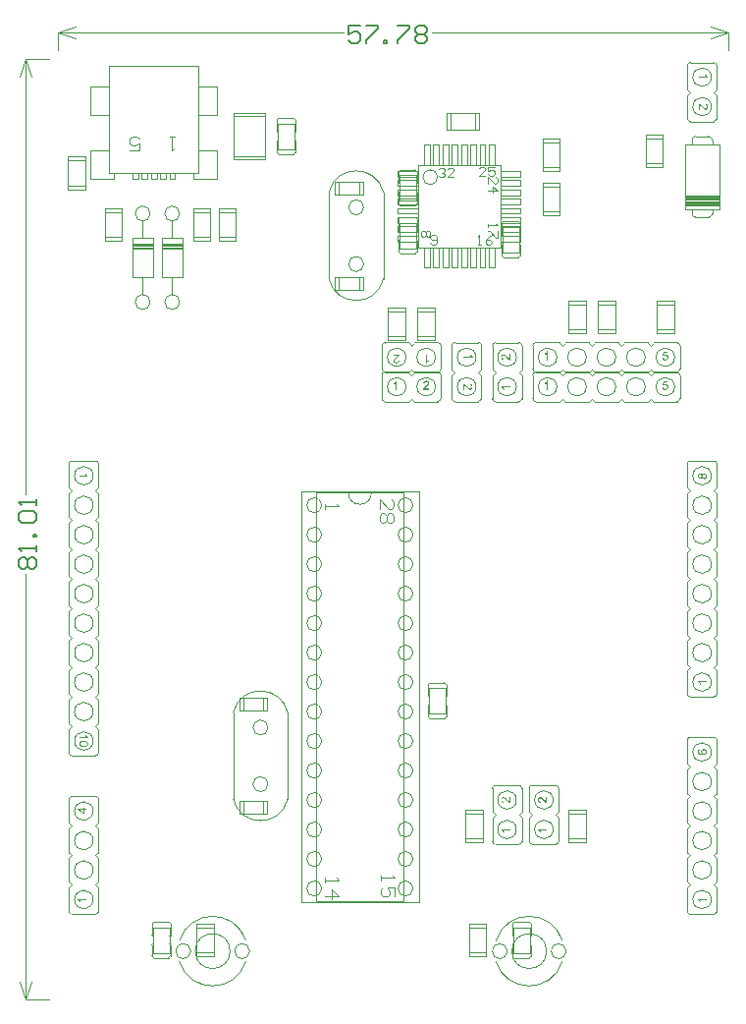
<source format=gm1>
%FSTAX43Y43*%
%MOMM*%
G71*
G01*
G75*
G04 Layer_Color=65280*
G04:AMPARAMS|DCode=10|XSize=2.5mm|YSize=2mm|CornerRadius=0.5mm|HoleSize=0mm|Usage=FLASHONLY|Rotation=90.000|XOffset=0mm|YOffset=0mm|HoleType=Round|Shape=RoundedRectangle|*
%AMROUNDEDRECTD10*
21,1,2.500,1.000,0,0,90.0*
21,1,1.500,2.000,0,0,90.0*
1,1,1.000,0.500,0.750*
1,1,1.000,0.500,-0.750*
1,1,1.000,-0.500,-0.750*
1,1,1.000,-0.500,0.750*
%
%ADD10ROUNDEDRECTD10*%
%ADD11O,0.500X2.250*%
G04:AMPARAMS|DCode=12|XSize=1.3mm|YSize=1mm|CornerRadius=0.25mm|HoleSize=0mm|Usage=FLASHONLY|Rotation=0.000|XOffset=0mm|YOffset=0mm|HoleType=Round|Shape=RoundedRectangle|*
%AMROUNDEDRECTD12*
21,1,1.300,0.500,0,0,0.0*
21,1,0.800,1.000,0,0,0.0*
1,1,0.500,0.400,-0.250*
1,1,0.500,-0.400,-0.250*
1,1,0.500,-0.400,0.250*
1,1,0.500,0.400,0.250*
%
%ADD12ROUNDEDRECTD12*%
G04:AMPARAMS|DCode=13|XSize=1mm|YSize=2.8mm|CornerRadius=0.25mm|HoleSize=0mm|Usage=FLASHONLY|Rotation=270.000|XOffset=0mm|YOffset=0mm|HoleType=Round|Shape=RoundedRectangle|*
%AMROUNDEDRECTD13*
21,1,1.000,2.300,0,0,270.0*
21,1,0.500,2.800,0,0,270.0*
1,1,0.500,-1.150,-0.250*
1,1,0.500,-1.150,0.250*
1,1,0.500,1.150,0.250*
1,1,0.500,1.150,-0.250*
%
%ADD13ROUNDEDRECTD13*%
G04:AMPARAMS|DCode=14|XSize=0.9mm|YSize=2.7mm|CornerRadius=0.225mm|HoleSize=0mm|Usage=FLASHONLY|Rotation=270.000|XOffset=0mm|YOffset=0mm|HoleType=Round|Shape=RoundedRectangle|*
%AMROUNDEDRECTD14*
21,1,0.900,2.250,0,0,270.0*
21,1,0.450,2.700,0,0,270.0*
1,1,0.450,-1.125,-0.225*
1,1,0.450,-1.125,0.225*
1,1,0.450,1.125,0.225*
1,1,0.450,1.125,-0.225*
%
%ADD14ROUNDEDRECTD14*%
G04:AMPARAMS|DCode=15|XSize=1.5mm|YSize=1.25mm|CornerRadius=0.313mm|HoleSize=0mm|Usage=FLASHONLY|Rotation=180.000|XOffset=0mm|YOffset=0mm|HoleType=Round|Shape=RoundedRectangle|*
%AMROUNDEDRECTD15*
21,1,1.500,0.625,0,0,180.0*
21,1,0.875,1.250,0,0,180.0*
1,1,0.625,-0.438,0.313*
1,1,0.625,0.438,0.313*
1,1,0.625,0.438,-0.313*
1,1,0.625,-0.438,-0.313*
%
%ADD15ROUNDEDRECTD15*%
G04:AMPARAMS|DCode=16|XSize=1.9mm|YSize=0.5mm|CornerRadius=0.125mm|HoleSize=0mm|Usage=FLASHONLY|Rotation=0.000|XOffset=0mm|YOffset=0mm|HoleType=Round|Shape=RoundedRectangle|*
%AMROUNDEDRECTD16*
21,1,1.900,0.250,0,0,0.0*
21,1,1.650,0.500,0,0,0.0*
1,1,0.250,0.825,-0.125*
1,1,0.250,-0.825,-0.125*
1,1,0.250,-0.825,0.125*
1,1,0.250,0.825,0.125*
%
%ADD16ROUNDEDRECTD16*%
G04:AMPARAMS|DCode=17|XSize=1.9mm|YSize=0.5mm|CornerRadius=0.125mm|HoleSize=0mm|Usage=FLASHONLY|Rotation=90.000|XOffset=0mm|YOffset=0mm|HoleType=Round|Shape=RoundedRectangle|*
%AMROUNDEDRECTD17*
21,1,1.900,0.250,0,0,90.0*
21,1,1.650,0.500,0,0,90.0*
1,1,0.250,0.125,0.825*
1,1,0.250,0.125,-0.825*
1,1,0.250,-0.125,-0.825*
1,1,0.250,-0.125,0.825*
%
%ADD17ROUNDEDRECTD17*%
G04:AMPARAMS|DCode=18|XSize=1.3mm|YSize=1mm|CornerRadius=0.25mm|HoleSize=0mm|Usage=FLASHONLY|Rotation=90.000|XOffset=0mm|YOffset=0mm|HoleType=Round|Shape=RoundedRectangle|*
%AMROUNDEDRECTD18*
21,1,1.300,0.500,0,0,90.0*
21,1,0.800,1.000,0,0,90.0*
1,1,0.500,0.250,0.400*
1,1,0.500,0.250,-0.400*
1,1,0.500,-0.250,-0.400*
1,1,0.500,-0.250,0.400*
%
%ADD18ROUNDEDRECTD18*%
G04:AMPARAMS|DCode=19|XSize=2.65mm|YSize=1.75mm|CornerRadius=0.438mm|HoleSize=0mm|Usage=FLASHONLY|Rotation=270.000|XOffset=0mm|YOffset=0mm|HoleType=Round|Shape=RoundedRectangle|*
%AMROUNDEDRECTD19*
21,1,2.650,0.875,0,0,270.0*
21,1,1.775,1.750,0,0,270.0*
1,1,0.875,-0.438,-0.887*
1,1,0.875,-0.438,0.887*
1,1,0.875,0.438,0.887*
1,1,0.875,0.438,-0.887*
%
%ADD19ROUNDEDRECTD19*%
G04:AMPARAMS|DCode=20|XSize=1.5mm|YSize=1.3mm|CornerRadius=0.325mm|HoleSize=0mm|Usage=FLASHONLY|Rotation=0.000|XOffset=0mm|YOffset=0mm|HoleType=Round|Shape=RoundedRectangle|*
%AMROUNDEDRECTD20*
21,1,1.500,0.650,0,0,0.0*
21,1,0.850,1.300,0,0,0.0*
1,1,0.650,0.425,-0.325*
1,1,0.650,-0.425,-0.325*
1,1,0.650,-0.425,0.325*
1,1,0.650,0.425,0.325*
%
%ADD20ROUNDEDRECTD20*%
G04:AMPARAMS|DCode=21|XSize=1.5mm|YSize=1.3mm|CornerRadius=0.325mm|HoleSize=0mm|Usage=FLASHONLY|Rotation=270.000|XOffset=0mm|YOffset=0mm|HoleType=Round|Shape=RoundedRectangle|*
%AMROUNDEDRECTD21*
21,1,1.500,0.650,0,0,270.0*
21,1,0.850,1.300,0,0,270.0*
1,1,0.650,-0.325,-0.425*
1,1,0.650,-0.325,0.425*
1,1,0.650,0.325,0.425*
1,1,0.650,0.325,-0.425*
%
%ADD21ROUNDEDRECTD21*%
%ADD22C,1.000*%
%ADD23C,0.500*%
%ADD24C,0.300*%
%ADD25C,1.300*%
%ADD26C,1.600*%
%ADD27C,1.000*%
%ADD28C,1.100*%
%ADD29C,0.700*%
G04:AMPARAMS|DCode=30|XSize=0.9mm|YSize=0.8mm|CornerRadius=0.2mm|HoleSize=0mm|Usage=FLASHONLY|Rotation=270.000|XOffset=0mm|YOffset=0mm|HoleType=Round|Shape=RoundedRectangle|*
%AMROUNDEDRECTD30*
21,1,0.900,0.400,0,0,270.0*
21,1,0.500,0.800,0,0,270.0*
1,1,0.400,-0.200,-0.250*
1,1,0.400,-0.200,0.250*
1,1,0.400,0.200,0.250*
1,1,0.400,0.200,-0.250*
%
%ADD30ROUNDEDRECTD30*%
%ADD31C,0.178*%
%ADD32C,0.005*%
%ADD33C,0.254*%
%ADD34C,0.250*%
G04:AMPARAMS|DCode=35|XSize=2.703mm|YSize=2.203mm|CornerRadius=0.602mm|HoleSize=0mm|Usage=FLASHONLY|Rotation=90.000|XOffset=0mm|YOffset=0mm|HoleType=Round|Shape=RoundedRectangle|*
%AMROUNDEDRECTD35*
21,1,2.703,1.000,0,0,90.0*
21,1,1.500,2.203,0,0,90.0*
1,1,1.203,0.500,0.750*
1,1,1.203,0.500,-0.750*
1,1,1.203,-0.500,-0.750*
1,1,1.203,-0.500,0.750*
%
%ADD35ROUNDEDRECTD35*%
%ADD36O,0.703X2.453*%
G04:AMPARAMS|DCode=37|XSize=1.503mm|YSize=1.203mm|CornerRadius=0.352mm|HoleSize=0mm|Usage=FLASHONLY|Rotation=0.000|XOffset=0mm|YOffset=0mm|HoleType=Round|Shape=RoundedRectangle|*
%AMROUNDEDRECTD37*
21,1,1.503,0.500,0,0,0.0*
21,1,0.800,1.203,0,0,0.0*
1,1,0.703,0.400,-0.250*
1,1,0.703,-0.400,-0.250*
1,1,0.703,-0.400,0.250*
1,1,0.703,0.400,0.250*
%
%ADD37ROUNDEDRECTD37*%
G04:AMPARAMS|DCode=38|XSize=1.203mm|YSize=3.003mm|CornerRadius=0.352mm|HoleSize=0mm|Usage=FLASHONLY|Rotation=270.000|XOffset=0mm|YOffset=0mm|HoleType=Round|Shape=RoundedRectangle|*
%AMROUNDEDRECTD38*
21,1,1.203,2.300,0,0,270.0*
21,1,0.500,3.003,0,0,270.0*
1,1,0.703,-1.150,-0.250*
1,1,0.703,-1.150,0.250*
1,1,0.703,1.150,0.250*
1,1,0.703,1.150,-0.250*
%
%ADD38ROUNDEDRECTD38*%
G04:AMPARAMS|DCode=39|XSize=1.103mm|YSize=2.903mm|CornerRadius=0.327mm|HoleSize=0mm|Usage=FLASHONLY|Rotation=270.000|XOffset=0mm|YOffset=0mm|HoleType=Round|Shape=RoundedRectangle|*
%AMROUNDEDRECTD39*
21,1,1.103,2.250,0,0,270.0*
21,1,0.450,2.903,0,0,270.0*
1,1,0.653,-1.125,-0.225*
1,1,0.653,-1.125,0.225*
1,1,0.653,1.125,0.225*
1,1,0.653,1.125,-0.225*
%
%ADD39ROUNDEDRECTD39*%
G04:AMPARAMS|DCode=40|XSize=1.703mm|YSize=1.453mm|CornerRadius=0.414mm|HoleSize=0mm|Usage=FLASHONLY|Rotation=180.000|XOffset=0mm|YOffset=0mm|HoleType=Round|Shape=RoundedRectangle|*
%AMROUNDEDRECTD40*
21,1,1.703,0.625,0,0,180.0*
21,1,0.875,1.453,0,0,180.0*
1,1,0.828,-0.438,0.313*
1,1,0.828,0.438,0.313*
1,1,0.828,0.438,-0.313*
1,1,0.828,-0.438,-0.313*
%
%ADD40ROUNDEDRECTD40*%
G04:AMPARAMS|DCode=41|XSize=2.1mm|YSize=0.7mm|CornerRadius=0.225mm|HoleSize=0mm|Usage=FLASHONLY|Rotation=0.000|XOffset=0mm|YOffset=0mm|HoleType=Round|Shape=RoundedRectangle|*
%AMROUNDEDRECTD41*
21,1,2.100,0.250,0,0,0.0*
21,1,1.650,0.700,0,0,0.0*
1,1,0.450,0.825,-0.125*
1,1,0.450,-0.825,-0.125*
1,1,0.450,-0.825,0.125*
1,1,0.450,0.825,0.125*
%
%ADD41ROUNDEDRECTD41*%
G04:AMPARAMS|DCode=42|XSize=2.1mm|YSize=0.7mm|CornerRadius=0.225mm|HoleSize=0mm|Usage=FLASHONLY|Rotation=90.000|XOffset=0mm|YOffset=0mm|HoleType=Round|Shape=RoundedRectangle|*
%AMROUNDEDRECTD42*
21,1,2.100,0.250,0,0,90.0*
21,1,1.650,0.700,0,0,90.0*
1,1,0.450,0.125,0.825*
1,1,0.450,0.125,-0.825*
1,1,0.450,-0.125,-0.825*
1,1,0.450,-0.125,0.825*
%
%ADD42ROUNDEDRECTD42*%
G04:AMPARAMS|DCode=43|XSize=1.503mm|YSize=1.203mm|CornerRadius=0.352mm|HoleSize=0mm|Usage=FLASHONLY|Rotation=90.000|XOffset=0mm|YOffset=0mm|HoleType=Round|Shape=RoundedRectangle|*
%AMROUNDEDRECTD43*
21,1,1.503,0.500,0,0,90.0*
21,1,0.800,1.203,0,0,90.0*
1,1,0.703,0.250,0.400*
1,1,0.703,0.250,-0.400*
1,1,0.703,-0.250,-0.400*
1,1,0.703,-0.250,0.400*
%
%ADD43ROUNDEDRECTD43*%
G04:AMPARAMS|DCode=44|XSize=2.853mm|YSize=1.953mm|CornerRadius=0.539mm|HoleSize=0mm|Usage=FLASHONLY|Rotation=270.000|XOffset=0mm|YOffset=0mm|HoleType=Round|Shape=RoundedRectangle|*
%AMROUNDEDRECTD44*
21,1,2.853,0.875,0,0,270.0*
21,1,1.775,1.953,0,0,270.0*
1,1,1.078,-0.438,-0.887*
1,1,1.078,-0.438,0.887*
1,1,1.078,0.438,0.887*
1,1,1.078,0.438,-0.887*
%
%ADD44ROUNDEDRECTD44*%
G04:AMPARAMS|DCode=45|XSize=1.703mm|YSize=1.503mm|CornerRadius=0.427mm|HoleSize=0mm|Usage=FLASHONLY|Rotation=0.000|XOffset=0mm|YOffset=0mm|HoleType=Round|Shape=RoundedRectangle|*
%AMROUNDEDRECTD45*
21,1,1.703,0.650,0,0,0.0*
21,1,0.850,1.503,0,0,0.0*
1,1,0.853,0.425,-0.325*
1,1,0.853,-0.425,-0.325*
1,1,0.853,-0.425,0.325*
1,1,0.853,0.425,0.325*
%
%ADD45ROUNDEDRECTD45*%
G04:AMPARAMS|DCode=46|XSize=1.703mm|YSize=1.503mm|CornerRadius=0.427mm|HoleSize=0mm|Usage=FLASHONLY|Rotation=270.000|XOffset=0mm|YOffset=0mm|HoleType=Round|Shape=RoundedRectangle|*
%AMROUNDEDRECTD46*
21,1,1.703,0.650,0,0,270.0*
21,1,0.850,1.503,0,0,270.0*
1,1,0.853,-0.325,-0.425*
1,1,0.853,-0.325,0.425*
1,1,0.853,0.325,0.425*
1,1,0.853,0.325,-0.425*
%
%ADD46ROUNDEDRECTD46*%
%ADD47C,1.503*%
%ADD48C,1.800*%
%ADD49C,1.200*%
%ADD50C,1.500*%
%ADD51C,1.303*%
%ADD52C,0.903*%
G04:AMPARAMS|DCode=53|XSize=1.103mm|YSize=1.003mm|CornerRadius=0.302mm|HoleSize=0mm|Usage=FLASHONLY|Rotation=270.000|XOffset=0mm|YOffset=0mm|HoleType=Round|Shape=RoundedRectangle|*
%AMROUNDEDRECTD53*
21,1,1.103,0.400,0,0,270.0*
21,1,0.500,1.003,0,0,270.0*
1,1,0.603,-0.200,-0.250*
1,1,0.603,-0.200,0.250*
1,1,0.603,0.200,0.250*
1,1,0.603,0.200,-0.250*
%
%ADD53ROUNDEDRECTD53*%
%ADD54C,0.200*%
%ADD55C,0.050*%
%ADD56C,0.010*%
%ADD57C,0.100*%
G36*
X0080825Y0085846D02*
X0080826Y0085844D01*
X0080828Y0085839D01*
X0080832Y0085835D01*
X0080835Y0085828D01*
X0080839Y0085819D01*
X0080849Y0085801D01*
X0080862Y008578D01*
X0080877Y0085756D01*
X0080895Y0085733D01*
X0080914Y0085711D01*
X0080915Y0085709D01*
X0080916Y0085708D01*
X0080923Y0085701D01*
X0080934Y0085691D01*
X0080946Y0085678D01*
X0080963Y0085664D01*
X008098Y008565D01*
X0080999Y0085637D01*
X0081018Y0085626D01*
Y0085564D01*
X0080245D01*
Y0085659D01*
X0080847D01*
X0080846Y008566D01*
X0080841Y0085665D01*
X0080835Y0085673D01*
X0080827Y0085684D01*
X0080816Y0085696D01*
X0080806Y0085712D01*
X0080793Y0085729D01*
X0080781Y0085749D01*
Y008575D01*
X008078Y0085751D01*
X0080775Y0085759D01*
X008077Y0085769D01*
X0080763Y0085782D01*
X0080754Y0085797D01*
X0080747Y0085814D01*
X0080739Y0085831D01*
X0080732Y0085848D01*
X0080825D01*
Y0085846D01*
D02*
G37*
G36*
X0110205Y0093863D02*
X0110215Y0093861D01*
X0110225Y009386D01*
X0110237Y0093859D01*
X011025Y0093856D01*
X0110278Y0093849D01*
X0110307Y0093838D01*
X0110322Y0093831D01*
X0110337Y0093823D01*
X0110349Y0093812D01*
X0110362Y0093802D01*
X0110363Y0093801D01*
X0110365Y0093799D01*
X0110368Y0093796D01*
X0110373Y0093791D01*
X0110378Y0093784D01*
X0110383Y0093777D01*
X0110395Y009376D01*
X0110407Y0093737D01*
X0110417Y0093712D01*
X0110426Y0093682D01*
X0110427Y0093666D01*
X0110428Y009365D01*
Y0093647D01*
Y0093641D01*
X0110427Y0093632D01*
X0110426Y009362D01*
X0110423Y0093606D01*
X011042Y0093591D01*
X0110415Y0093575D01*
X0110408Y0093558D01*
X0110407Y0093556D01*
X0110404Y009355D01*
X01104Y0093542D01*
X0110393Y009353D01*
X0110385Y0093516D01*
X0110374Y00935D01*
X011036Y0093483D01*
X0110345Y0093465D01*
X0110342Y0093462D01*
X0110337Y0093455D01*
X0110326Y0093445D01*
X0110319Y0093438D01*
X0110311Y0093429D01*
X0110301Y009342D01*
X011029Y009341D01*
X0110278Y0093399D01*
X0110265Y0093386D01*
X0110251Y0093373D01*
X0110235Y0093359D01*
X0110218Y0093345D01*
X01102Y0093329D01*
X0110198Y0093328D01*
X0110196Y0093325D01*
X0110191Y0093322D01*
X0110185Y0093317D01*
X0110171Y0093305D01*
X0110154Y009329D01*
X0110136Y0093274D01*
X0110118Y0093257D01*
X0110102Y0093243D01*
X0110096Y0093237D01*
X0110091Y0093232D01*
X0110089Y009323D01*
X0110087Y0093227D01*
X0110082Y0093222D01*
X0110077Y0093215D01*
X0110064Y00932D01*
X0110051Y0093181D01*
X0110429D01*
Y0093091D01*
X010992D01*
Y0093092D01*
Y0093097D01*
Y0093104D01*
X0109921Y0093112D01*
X0109922Y0093121D01*
X0109923Y0093132D01*
X0109927Y0093144D01*
X010993Y0093155D01*
Y0093157D01*
X0109931Y0093158D01*
X0109934Y0093165D01*
X0109938Y0093174D01*
X0109945Y0093188D01*
X0109954Y0093203D01*
X0109965Y0093221D01*
X0109977Y0093239D01*
X0109992Y0093257D01*
Y0093258D01*
X0109995Y009326D01*
X011Y0093267D01*
X011001Y0093277D01*
X0110024Y0093291D01*
X0110041Y0093308D01*
X0110063Y0093328D01*
X0110088Y009335D01*
X0110116Y0093374D01*
X0110118Y0093376D01*
X0110122Y0093379D01*
X0110128Y0093384D01*
X0110136Y0093392D01*
X0110147Y00934D01*
X0110159Y0093411D01*
X0110184Y0093433D01*
X0110212Y009346D01*
X0110241Y0093487D01*
X0110255Y00935D01*
X0110266Y0093513D01*
X0110277Y0093525D01*
X0110286Y0093537D01*
Y0093538D01*
X0110289Y0093539D01*
X0110291Y0093543D01*
X0110293Y0093548D01*
X01103Y0093559D01*
X0110308Y0093575D01*
X0110317Y0093592D01*
X0110324Y0093611D01*
X0110328Y0093632D01*
X0110331Y0093652D01*
Y0093653D01*
Y0093654D01*
X0110329Y0093661D01*
X0110328Y0093672D01*
X0110326Y0093685D01*
X011032Y00937D01*
X0110313Y0093715D01*
X0110304Y0093731D01*
X011029Y0093747D01*
X0110287Y0093748D01*
X0110283Y0093753D01*
X0110273Y0093758D01*
X0110262Y0093767D01*
X0110246Y0093774D01*
X0110229Y009378D01*
X0110208Y0093784D01*
X0110184Y0093785D01*
X0110177D01*
X0110173Y0093784D01*
X0110161Y0093783D01*
X0110146Y0093781D01*
X0110128Y0093775D01*
X0110109Y0093768D01*
X0110092Y0093757D01*
X0110075Y0093743D01*
X0110074Y0093741D01*
X011007Y0093736D01*
X0110063Y0093727D01*
X0110055Y0093714D01*
X0110047Y0093698D01*
X0110041Y0093679D01*
X0110037Y0093657D01*
X0110034Y0093631D01*
X0109937Y0093641D01*
Y0093643D01*
Y0093646D01*
X0109938Y0093652D01*
X010994Y0093659D01*
X0109942Y0093668D01*
X0109943Y0093679D01*
X010995Y0093702D01*
X0109959Y0093729D01*
X0109972Y0093756D01*
X010999Y0093783D01*
X0109999Y0093795D01*
X0110011Y0093806D01*
X0110012Y0093808D01*
X0110015Y0093809D01*
X0110018Y0093812D01*
X0110023Y0093816D01*
X011003Y0093819D01*
X0110038Y0093825D01*
X0110047Y009383D01*
X0110058Y0093836D01*
X011007Y009384D01*
X0110082Y0093846D01*
X0110098Y0093851D01*
X0110113Y0093854D01*
X0110148Y0093861D01*
X0110167Y0093863D01*
X0110187Y0093864D01*
X0110197D01*
X0110205Y0093863D01*
D02*
G37*
G36*
X0107662Y0093091D02*
X0107567D01*
Y0093693D01*
X0107566Y0093692D01*
X0107561Y0093687D01*
X0107553Y0093681D01*
X0107542Y0093673D01*
X010753Y0093662D01*
X0107514Y0093652D01*
X0107497Y0093639D01*
X0107477Y0093627D01*
X0107476D01*
X0107475Y0093626D01*
X0107467Y0093621D01*
X0107457Y0093616D01*
X0107444Y0093609D01*
X0107429Y00936D01*
X0107412Y0093593D01*
X0107395Y0093585D01*
X0107379Y0093578D01*
Y0093671D01*
X010738D01*
X0107382Y0093672D01*
X0107387Y0093674D01*
X0107391Y0093678D01*
X0107398Y0093681D01*
X0107407Y0093685D01*
X0107425Y0093695D01*
X0107446Y0093708D01*
X010747Y0093723D01*
X0107493Y0093741D01*
X0107516Y009376D01*
X0107517Y0093761D01*
X0107518Y0093762D01*
X0107525Y0093769D01*
X0107535Y009378D01*
X0107548Y0093792D01*
X0107562Y0093809D01*
X0107576Y0093826D01*
X0107589Y0093845D01*
X01076Y0093864D01*
X0107662D01*
Y0093091D01*
D02*
G37*
G36*
X0080825Y0063346D02*
X0080826Y0063344D01*
X0080828Y0063339D01*
X0080832Y0063335D01*
X0080835Y0063328D01*
X0080839Y0063319D01*
X0080849Y0063301D01*
X0080862Y006328D01*
X0080877Y0063256D01*
X0080895Y0063233D01*
X0080914Y006321D01*
X0080915Y0063209D01*
X0080916Y0063208D01*
X0080923Y0063201D01*
X0080934Y0063191D01*
X0080946Y0063178D01*
X0080963Y0063164D01*
X008098Y006315D01*
X0080999Y0063137D01*
X0081018Y0063126D01*
Y0063064D01*
X0080245D01*
Y0063159D01*
X0080847D01*
X0080846Y006316D01*
X0080841Y0063165D01*
X0080835Y0063173D01*
X0080827Y0063184D01*
X0080816Y0063196D01*
X0080806Y0063212D01*
X0080793Y0063229D01*
X0080781Y0063249D01*
Y006325D01*
X008078Y0063251D01*
X0080775Y0063259D01*
X008077Y0063269D01*
X0080763Y0063282D01*
X0080754Y0063297D01*
X0080747Y0063314D01*
X0080739Y0063331D01*
X0080732Y0063347D01*
X0080825D01*
Y0063346D01*
D02*
G37*
G36*
X0120679Y0095631D02*
X0120585D01*
Y0096233D01*
X0120583Y0096232D01*
X0120579Y0096227D01*
X012057Y0096221D01*
X012056Y0096213D01*
X0120547Y0096202D01*
X0120532Y0096192D01*
X0120514Y0096179D01*
X0120494Y0096167D01*
X0120493D01*
X0120492Y0096166D01*
X0120485Y0096161D01*
X0120474Y0096156D01*
X0120462Y0096149D01*
X0120446Y009614D01*
X012043Y0096133D01*
X0120412Y0096125D01*
X0120396Y0096118D01*
Y0096211D01*
X0120397D01*
X01204Y0096212D01*
X0120404Y0096214D01*
X0120409Y0096218D01*
X0120416Y0096221D01*
X0120424Y0096225D01*
X0120443Y0096235D01*
X0120464Y0096248D01*
X0120487Y0096263D01*
X0120511Y0096281D01*
X0120533Y00963D01*
X0120534Y0096301D01*
X0120535Y0096302D01*
X0120542Y0096309D01*
X0120553Y009632D01*
X0120566Y0096332D01*
X012058Y0096349D01*
X0120594Y0096366D01*
X0120607Y0096385D01*
X0120617Y0096404D01*
X0120679D01*
Y0095631D01*
D02*
G37*
G36*
X0080658Y0062822D02*
X0080671D01*
X0080686Y0062821D01*
X0080703Y0062819D01*
X0080738Y0062816D01*
X0080774Y0062811D01*
X0080811Y0062805D01*
X0080827Y0062801D01*
X0080843Y0062796D01*
X0080845D01*
X0080847Y0062795D01*
X0080852Y0062792D01*
X0080857Y006279D01*
X0080864Y0062788D01*
X0080873Y0062784D01*
X0080891Y0062775D01*
X0080912Y0062763D01*
X0080934Y0062749D01*
X0080953Y0062733D01*
X0080972Y0062713D01*
Y0062712D01*
X0080975Y0062711D01*
X0080977Y0062707D01*
X0080979Y0062702D01*
X0080986Y0062691D01*
X0080996Y0062674D01*
X0081004Y0062654D01*
X0081011Y006263D01*
X0081015Y0062603D01*
X0081018Y0062572D01*
Y0062571D01*
Y006257D01*
Y0062566D01*
Y0062562D01*
X0081017Y006255D01*
X0081014Y0062536D01*
X0081012Y006252D01*
X0081007Y0062501D01*
X0081Y0062482D01*
X0080992Y0062465D01*
X0080991Y0062462D01*
X0080987Y0062456D01*
X0080982Y0062448D01*
X0080975Y0062437D01*
X0080964Y0062425D01*
X0080951Y0062412D01*
X0080937Y0062399D01*
X0080921Y0062387D01*
X0080918Y0062386D01*
X0080912Y0062383D01*
X0080902Y0062377D01*
X0080889Y006237D01*
X0080873Y0062363D01*
X0080853Y0062355D01*
X008083Y0062346D01*
X0080806Y0062339D01*
X0080805D01*
X0080802Y0062338D01*
X0080799D01*
X0080793Y0062337D01*
X0080787Y0062335D01*
X0080779Y0062333D01*
X0080768Y0062332D01*
X0080758Y006233D01*
X0080745Y0062329D01*
X0080732Y0062328D01*
X0080717Y0062325D01*
X0080701Y0062324D01*
X0080683Y0062323D01*
X0080665D01*
X0080624Y0062322D01*
X0080602D01*
X008059Y0062323D01*
X0080578D01*
X0080562Y0062324D01*
X0080546Y0062325D01*
X0080511Y0062329D01*
X0080475Y0062333D01*
X0080438Y006234D01*
X0080422Y0062345D01*
X0080405Y006235D01*
X0080404D01*
X0080402Y0062351D01*
X0080397Y0062352D01*
X0080391Y0062355D01*
X0080384Y0062358D01*
X0080377Y0062362D01*
X0080359Y0062371D01*
X0080338Y0062383D01*
X0080316Y0062397D01*
X0080295Y0062413D01*
X0080277Y0062433D01*
Y0062434D01*
X0080274Y0062435D01*
X0080273Y0062439D01*
X008027Y0062442D01*
X0080263Y0062455D01*
X0080254Y006247D01*
X0080246Y0062492D01*
X0080239Y0062515D01*
X0080234Y0062542D01*
X0080232Y0062572D01*
Y0062574D01*
Y0062577D01*
Y0062583D01*
X0080233Y0062591D01*
X0080234Y00626D01*
X0080237Y0062611D01*
X0080239Y0062623D01*
X0080241Y0062636D01*
X0080251Y0062664D01*
X0080258Y0062679D01*
X0080265Y0062693D01*
X0080274Y0062708D01*
X0080285Y0062722D01*
X0080297Y0062735D01*
X0080311Y0062748D01*
X0080312Y0062749D01*
X0080315Y0062751D01*
X0080321Y0062755D01*
X0080329Y006276D01*
X008034Y0062766D01*
X0080353Y0062771D01*
X0080368Y0062778D01*
X0080387Y0062785D01*
X0080407Y0062792D01*
X008043Y0062799D01*
X0080456Y0062805D01*
X0080484Y0062811D01*
X0080515Y0062816D01*
X0080548Y0062819D01*
X0080586Y0062822D01*
X0080624Y0062823D01*
X0080647D01*
X0080658Y0062822D01*
D02*
G37*
G36*
X0120587Y0057485D02*
X0120574D01*
X0120565Y0057486D01*
X0120556Y0057487D01*
X0120546Y0057488D01*
X0120534Y0057492D01*
X0120522Y0057495D01*
X0120521D01*
X012052Y0057496D01*
X0120513Y0057499D01*
X0120503Y0057503D01*
X0120489Y005751D01*
X0120474Y0057519D01*
X0120457Y005753D01*
X0120439Y0057542D01*
X012042Y0057557D01*
X0120419D01*
X0120418Y005756D01*
X0120411Y0057565D01*
X01204Y0057575D01*
X0120386Y0057589D01*
X012037Y0057606D01*
X012035Y0057628D01*
X0120328Y0057653D01*
X0120303Y0057681D01*
X0120302Y0057683D01*
X0120298Y0057687D01*
X0120294Y0057693D01*
X0120286Y0057701D01*
X0120277Y0057712D01*
X0120267Y0057724D01*
X0120245Y0057749D01*
X0120218Y0057777D01*
X0120191Y0057806D01*
X0120178Y005782D01*
X0120165Y0057831D01*
X0120152Y0057842D01*
X012014Y0057851D01*
X0120139D01*
X0120138Y0057854D01*
X0120135Y0057856D01*
X012013Y0057858D01*
X0120118Y0057865D01*
X0120103Y0057873D01*
X0120085Y0057882D01*
X0120067Y0057889D01*
X0120046Y0057893D01*
X0120026Y0057896D01*
X0120023D01*
X0120016Y0057895D01*
X0120006Y0057893D01*
X0119993Y0057891D01*
X0119978Y0057885D01*
X0119962Y0057878D01*
X0119946Y0057869D01*
X0119931Y0057855D01*
X011993Y0057852D01*
X0119925Y0057848D01*
X0119919Y0057838D01*
X0119911Y0057827D01*
X0119904Y0057811D01*
X0119898Y0057794D01*
X0119893Y0057773D01*
X0119892Y0057749D01*
Y0057748D01*
Y0057746D01*
Y0057742D01*
X0119893Y0057738D01*
X0119894Y0057726D01*
X0119897Y0057711D01*
X0119903Y0057693D01*
X011991Y0057674D01*
X011992Y0057657D01*
X0119934Y005764D01*
X0119937Y0057639D01*
X0119941Y0057635D01*
X0119951Y0057628D01*
X0119964Y005762D01*
X011998Y0057612D01*
X0119999Y0057606D01*
X0120021Y0057602D01*
X0120047Y0057599D01*
X0120036Y0057502D01*
X0120031D01*
X0120026Y0057503D01*
X0120019Y0057505D01*
X0120009Y0057507D01*
X0119999Y0057508D01*
X0119975Y0057515D01*
X0119948Y0057524D01*
X0119921Y0057537D01*
X0119894Y0057555D01*
X0119883Y0057564D01*
X0119871Y0057576D01*
X011987Y0057577D01*
X0119869Y005758D01*
X0119865Y0057583D01*
X0119862Y0057588D01*
X0119858Y0057595D01*
X0119852Y0057603D01*
X0119848Y0057612D01*
X0119842Y0057623D01*
X0119837Y0057635D01*
X0119831Y0057647D01*
X0119827Y0057663D01*
X0119823Y0057678D01*
X0119816Y0057713D01*
X0119815Y0057732D01*
X0119814Y0057752D01*
Y0057753D01*
Y0057756D01*
Y0057762D01*
X0119815Y005777D01*
X0119816Y005778D01*
X0119817Y005779D01*
X0119818Y0057802D01*
X0119822Y0057815D01*
X0119829Y0057843D01*
X0119839Y0057872D01*
X0119846Y0057887D01*
X0119855Y0057902D01*
X0119865Y0057914D01*
X0119876Y0057927D01*
X0119877Y0057928D01*
X0119878Y005793D01*
X0119882Y0057933D01*
X0119886Y0057938D01*
X0119893Y0057943D01*
X01199Y0057948D01*
X0119918Y005796D01*
X011994Y0057972D01*
X0119966Y0057982D01*
X0119995Y0057991D01*
X0120012Y0057992D01*
X0120028Y0057993D01*
X0120036D01*
X0120046Y0057992D01*
X0120057Y0057991D01*
X0120071Y0057988D01*
X0120087Y0057985D01*
X0120103Y005798D01*
X0120119Y0057973D01*
X0120122Y0057972D01*
X0120127Y0057969D01*
X0120136Y0057965D01*
X0120147Y0057958D01*
X0120161Y005795D01*
X0120178Y0057939D01*
X0120194Y0057925D01*
X0120213Y005791D01*
X0120215Y0057907D01*
X0120222Y0057902D01*
X0120233Y0057891D01*
X012024Y0057884D01*
X0120248Y0057876D01*
X0120257Y0057866D01*
X0120268Y0057855D01*
X0120279Y0057843D01*
X0120291Y005783D01*
X0120304Y0057816D01*
X0120318Y00578D01*
X0120332Y0057783D01*
X0120349Y0057765D01*
X012035Y0057763D01*
X0120352Y0057761D01*
X0120356Y0057756D01*
X0120361Y005775D01*
X0120372Y0057736D01*
X0120387Y0057719D01*
X0120404Y0057701D01*
X012042Y0057683D01*
X0120434Y0057667D01*
X012044Y0057661D01*
X0120446Y0057656D01*
X0120447Y0057654D01*
X0120451Y0057652D01*
X0120455Y0057647D01*
X0120462Y0057642D01*
X0120478Y0057629D01*
X0120496Y0057616D01*
Y0057994D01*
X0120587D01*
Y0057485D01*
D02*
G37*
G36*
X0117411Y0095632D02*
X0117399D01*
X011739Y0095633D01*
X0117381Y0095635D01*
X0117371Y0095636D01*
X0117359Y0095639D01*
X0117347Y0095643D01*
X0117346D01*
X0117345Y0095644D01*
X0117338Y0095646D01*
X0117328Y0095651D01*
X0117314Y0095658D01*
X0117299Y0095666D01*
X0117282Y0095678D01*
X0117264Y009569D01*
X0117245Y0095705D01*
X0117244D01*
X0117243Y0095707D01*
X0117236Y0095713D01*
X0117225Y0095722D01*
X0117211Y0095736D01*
X0117195Y0095754D01*
X0117175Y0095775D01*
X0117153Y0095801D01*
X0117128Y0095829D01*
X0117127Y009583D01*
X0117123Y0095835D01*
X0117119Y0095841D01*
X0117111Y0095849D01*
X0117102Y0095859D01*
X0117092Y0095871D01*
X011707Y0095897D01*
X0117043Y0095925D01*
X0117016Y0095953D01*
X0117003Y0095967D01*
X011699Y0095979D01*
X0116977Y0095989D01*
X0116965Y0095999D01*
X0116964D01*
X0116963Y0096001D01*
X011696Y0096003D01*
X0116955Y0096006D01*
X0116943Y0096013D01*
X0116928Y0096021D01*
X011691Y0096029D01*
X0116892Y0096036D01*
X0116871Y0096041D01*
X0116851Y0096043D01*
X0116848D01*
X0116841Y0096042D01*
X0116831Y0096041D01*
X0116818Y0096038D01*
X0116803Y0096033D01*
X0116787Y0096026D01*
X0116771Y0096016D01*
X0116756Y0096002D01*
X0116755Y0096D01*
X011675Y0095995D01*
X0116744Y0095986D01*
X0116736Y0095974D01*
X0116729Y0095959D01*
X0116723Y0095941D01*
X0116718Y009592D01*
X0116717Y0095897D01*
Y0095896D01*
Y0095893D01*
Y009589D01*
X0116718Y0095885D01*
X0116719Y0095873D01*
X0116722Y0095858D01*
X0116728Y0095841D01*
X0116735Y0095822D01*
X0116745Y0095804D01*
X0116759Y0095788D01*
X0116762Y0095787D01*
X0116766Y0095782D01*
X0116776Y0095775D01*
X0116789Y0095768D01*
X0116805Y009576D01*
X0116824Y0095754D01*
X0116846Y0095749D01*
X0116872Y0095747D01*
X0116861Y009565D01*
X0116856D01*
X0116851Y0095651D01*
X0116844Y0095652D01*
X0116834Y0095654D01*
X0116824Y0095656D01*
X01168Y0095663D01*
X0116773Y0095672D01*
X0116746Y0095685D01*
X0116719Y0095702D01*
X0116708Y0095712D01*
X0116696Y0095724D01*
X0116695Y0095725D01*
X0116694Y0095727D01*
X011669Y0095731D01*
X0116687Y0095735D01*
X0116683Y0095742D01*
X0116677Y009575D01*
X0116673Y009576D01*
X0116667Y009577D01*
X0116662Y0095782D01*
X0116656Y0095795D01*
X0116652Y009581D01*
X0116648Y0095825D01*
X0116641Y009586D01*
X011664Y0095879D01*
X0116639Y0095899D01*
Y00959D01*
Y0095904D01*
Y009591D01*
X011664Y0095918D01*
X0116641Y0095927D01*
X0116642Y0095938D01*
X0116643Y009595D01*
X0116647Y0095962D01*
X0116654Y009599D01*
X0116664Y009602D01*
X0116671Y0096035D01*
X011668Y0096049D01*
X011669Y0096062D01*
X0116701Y0096075D01*
X0116702Y0096076D01*
X0116703Y0096077D01*
X0116707Y0096081D01*
X0116711Y0096085D01*
X0116718Y009609D01*
X0116725Y0096096D01*
X0116743Y0096108D01*
X0116765Y0096119D01*
X0116791Y009613D01*
X011682Y0096138D01*
X0116837Y0096139D01*
X0116853Y009614D01*
X0116861D01*
X0116871Y0096139D01*
X0116882Y0096138D01*
X0116896Y0096136D01*
X0116912Y0096132D01*
X0116928Y0096127D01*
X0116944Y009612D01*
X0116947Y0096119D01*
X0116952Y0096117D01*
X0116961Y0096112D01*
X0116972Y0096105D01*
X0116986Y0096097D01*
X0117003Y0096087D01*
X0117019Y0096072D01*
X0117038Y0096057D01*
X011704Y0096055D01*
X0117047Y0096049D01*
X0117058Y0096038D01*
X0117065Y0096031D01*
X0117073Y0096023D01*
X0117082Y0096014D01*
X0117093Y0096002D01*
X0117104Y009599D01*
X0117116Y0095978D01*
X0117129Y0095964D01*
X0117143Y0095947D01*
X0117157Y0095931D01*
X0117174Y0095912D01*
X0117175Y0095911D01*
X0117177Y0095909D01*
X0117181Y0095904D01*
X0117186Y0095898D01*
X0117197Y0095884D01*
X0117212Y0095866D01*
X0117229Y0095849D01*
X0117245Y009583D01*
X0117259Y0095815D01*
X0117265Y0095809D01*
X0117271Y0095803D01*
X0117272Y0095802D01*
X0117276Y00958D01*
X011728Y0095795D01*
X0117287Y0095789D01*
X0117303Y0095776D01*
X0117321Y0095763D01*
Y0096142D01*
X0117411D01*
Y0095632D01*
D02*
G37*
G36*
Y009328D02*
X011681D01*
X0116811Y0093278D01*
X0116815Y0093274D01*
X0116821Y0093265D01*
X011683Y0093255D01*
X011684Y0093242D01*
X0116851Y0093227D01*
X0116864Y0093209D01*
X0116875Y0093189D01*
Y0093188D01*
X0116876Y0093187D01*
X0116881Y009318D01*
X0116887Y0093169D01*
X0116894Y0093157D01*
X0116902Y0093141D01*
X0116909Y0093125D01*
X0116917Y0093107D01*
X0116924Y0093091D01*
X0116832D01*
Y0093092D01*
X0116831Y0093095D01*
X0116828Y0093099D01*
X0116825Y0093104D01*
X0116821Y0093111D01*
X0116818Y0093119D01*
X0116807Y0093138D01*
X0116794Y0093159D01*
X0116779Y0093182D01*
X0116762Y0093206D01*
X0116743Y0093228D01*
X0116742Y0093229D01*
X0116741Y009323D01*
X0116734Y0093237D01*
X0116723Y0093248D01*
X011671Y0093261D01*
X0116694Y0093275D01*
X0116676Y0093289D01*
X0116657Y0093302D01*
X0116639Y0093312D01*
Y0093374D01*
X0117411D01*
Y009328D01*
D02*
G37*
G36*
X0131029Y0096298D02*
X0130722D01*
X013068Y0096091D01*
X0130681Y0096092D01*
X0130684Y0096094D01*
X0130687Y0096096D01*
X0130692Y0096099D01*
X0130699Y0096103D01*
X0130706Y0096106D01*
X0130725Y0096116D01*
X0130746Y0096125D01*
X013077Y0096132D01*
X0130797Y0096138D01*
X0130825Y009614D01*
X0130835D01*
X0130842Y0096139D01*
X0130851Y0096138D01*
X013086Y0096137D01*
X0130872Y0096134D01*
X0130884Y0096132D01*
X0130911Y0096123D01*
X0130925Y0096118D01*
X0130939Y0096111D01*
X0130954Y0096103D01*
X0130968Y0096094D01*
X0130982Y0096083D01*
X0130995Y009607D01*
X0130996Y0096069D01*
X0130999Y0096067D01*
X0131002Y0096063D01*
X0131006Y0096057D01*
X0131012Y009605D01*
X0131017Y0096042D01*
X0131023Y0096033D01*
X013103Y0096022D01*
X0131037Y0096009D01*
X0131043Y0095996D01*
X0131049Y0095981D01*
X0131055Y0095966D01*
X0131058Y0095948D01*
X0131062Y0095931D01*
X0131064Y0095911D01*
X0131065Y0095891D01*
Y009589D01*
Y0095886D01*
Y009588D01*
X0131064Y0095873D01*
X0131063Y0095864D01*
X0131062Y0095853D01*
X0131061Y0095842D01*
X0131058Y0095829D01*
X013105Y0095801D01*
X013104Y0095772D01*
X0131033Y0095755D01*
X0131024Y009574D01*
X0131015Y0095725D01*
X0131004Y0095711D01*
X0131003Y0095709D01*
X0131001Y0095707D01*
X0130996Y0095702D01*
X013099Y0095697D01*
X0130983Y009569D01*
X0130974Y0095681D01*
X0130963Y0095673D01*
X0130951Y0095665D01*
X0130938Y0095656D01*
X0130923Y0095647D01*
X0130905Y0095639D01*
X0130887Y0095632D01*
X0130867Y0095626D01*
X0130848Y0095622D01*
X0130825Y0095619D01*
X0130802Y0095618D01*
X0130791D01*
X0130784Y0095619D01*
X0130776Y009562D01*
X0130766Y0095622D01*
X0130754Y0095623D01*
X0130741Y0095625D01*
X0130714Y0095632D01*
X0130686Y0095643D01*
X0130672Y009565D01*
X0130658Y0095658D01*
X0130644Y0095666D01*
X0130631Y0095677D01*
X013063Y0095678D01*
X0130629Y0095679D01*
X0130625Y0095683D01*
X013062Y0095687D01*
X0130616Y0095693D01*
X013061Y00957D01*
X0130604Y0095708D01*
X0130597Y0095718D01*
X0130584Y009574D01*
X0130571Y0095767D01*
X0130562Y0095797D01*
X0130558Y0095815D01*
X0130556Y0095832D01*
X0130656Y0095839D01*
Y0095838D01*
Y0095836D01*
X0130657Y0095832D01*
X0130658Y0095828D01*
X0130661Y0095815D01*
X0130666Y0095798D01*
X0130672Y0095781D01*
X0130681Y0095763D01*
X0130692Y0095746D01*
X0130706Y0095731D01*
X0130708Y0095729D01*
X0130713Y0095725D01*
X0130721Y009572D01*
X0130733Y0095713D01*
X0130747Y0095707D01*
X0130763Y0095701D01*
X0130782Y0095697D01*
X0130802Y0095695D01*
X0130809D01*
X0130814Y0095697D01*
X0130826Y0095698D01*
X0130843Y0095701D01*
X013086Y0095708D01*
X013088Y0095716D01*
X0130899Y0095729D01*
X0130908Y0095736D01*
X0130918Y0095746D01*
Y0095747D01*
X013092Y0095748D01*
X0130925Y0095755D01*
X0130933Y0095767D01*
X0130941Y0095782D01*
X0130949Y0095802D01*
X0130958Y0095825D01*
X0130962Y0095852D01*
X0130965Y0095883D01*
Y0095884D01*
Y0095886D01*
Y0095891D01*
X0130963Y0095896D01*
Y0095903D01*
X0130962Y0095911D01*
X0130959Y009593D01*
X0130954Y009595D01*
X0130946Y0095971D01*
X0130934Y0095992D01*
X0130919Y009601D01*
X0130917Y0096013D01*
X0130911Y0096017D01*
X0130901Y0096026D01*
X0130887Y0096034D01*
X0130871Y0096042D01*
X013085Y009605D01*
X0130826Y0096055D01*
X0130801Y0096057D01*
X0130793D01*
X0130784Y0096056D01*
X0130773Y0096055D01*
X013076Y0096051D01*
X0130746Y0096048D01*
X0130732Y0096042D01*
X0130718Y0096035D01*
X0130716Y0096034D01*
X0130712Y0096031D01*
X0130705Y0096027D01*
X0130697Y0096021D01*
X0130688Y0096013D01*
X0130679Y0096003D01*
X013067Y0095993D01*
X0130661Y0095981D01*
X0130572Y0095994D01*
X0130647Y0096389D01*
X0131029D01*
Y0096298D01*
D02*
G37*
G36*
X0120587Y0055132D02*
X0119985D01*
X0119986Y0055131D01*
X011999Y0055126D01*
X0119996Y0055118D01*
X0120005Y0055107D01*
X0120015Y0055095D01*
X0120026Y0055079D01*
X0120038Y0055062D01*
X012005Y0055042D01*
Y0055041D01*
X0120051Y005504D01*
X0120056Y0055032D01*
X0120062Y0055022D01*
X0120069Y0055009D01*
X0120077Y0054994D01*
X0120084Y0054977D01*
X0120092Y005496D01*
X0120099Y0054944D01*
X0120007D01*
Y0054945D01*
X0120006Y0054947D01*
X0120003Y0054952D01*
X012Y0054956D01*
X0119996Y0054963D01*
X0119993Y0054972D01*
X0119982Y005499D01*
X0119969Y0055011D01*
X0119954Y0055035D01*
X0119937Y0055058D01*
X0119918Y0055081D01*
X0119917Y0055082D01*
X0119916Y0055083D01*
X0119909Y005509D01*
X0119898Y00551D01*
X0119885Y0055113D01*
X0119869Y0055127D01*
X0119851Y0055141D01*
X0119832Y0055154D01*
X0119814Y0055165D01*
Y0055227D01*
X0120587D01*
Y0055132D01*
D02*
G37*
G36*
X0113432Y0093597D02*
X0113441Y0093595D01*
X0113452Y0093594D01*
X0113464Y0093591D01*
X0113475Y0093587D01*
X0113477D01*
X0113478Y0093586D01*
X0113485Y0093584D01*
X0113494Y0093579D01*
X0113508Y0093572D01*
X0113523Y0093564D01*
X0113541Y0093552D01*
X0113559Y009354D01*
X0113577Y0093525D01*
X0113578D01*
X011358Y0093523D01*
X0113587Y0093517D01*
X0113597Y0093508D01*
X0113611Y0093494D01*
X0113628Y0093476D01*
X0113648Y0093455D01*
X011367Y0093429D01*
X0113694Y0093401D01*
X0113696Y00934D01*
X0113699Y0093395D01*
X0113704Y0093389D01*
X0113712Y0093381D01*
X011372Y0093371D01*
X0113731Y0093359D01*
X0113753Y0093333D01*
X011378Y0093305D01*
X0113807Y0093277D01*
X011382Y0093263D01*
X0113833Y0093251D01*
X0113845Y0093241D01*
X0113857Y0093231D01*
X0113858D01*
X0113859Y0093229D01*
X0113863Y0093227D01*
X0113868Y0093224D01*
X0113879Y0093217D01*
X0113895Y0093209D01*
X0113912Y0093201D01*
X0113931Y0093194D01*
X0113952Y0093189D01*
X0113972Y0093187D01*
X0113974D01*
X0113981Y0093188D01*
X0113992Y0093189D01*
X0114005Y0093192D01*
X011402Y0093197D01*
X0114035Y0093204D01*
X0114051Y0093214D01*
X0114067Y0093228D01*
X0114068Y009323D01*
X0114073Y0093235D01*
X0114078Y0093244D01*
X0114087Y0093256D01*
X0114094Y0093271D01*
X01141Y0093289D01*
X0114104Y009331D01*
X0114105Y0093333D01*
Y0093334D01*
Y0093337D01*
Y009334D01*
X0114104Y0093345D01*
X0114103Y0093357D01*
X0114101Y0093372D01*
X0114095Y0093389D01*
X0114088Y0093408D01*
X0114077Y0093426D01*
X0114063Y0093442D01*
X0114061Y0093443D01*
X0114056Y0093448D01*
X0114047Y0093455D01*
X0114034Y0093462D01*
X0114018Y009347D01*
X0113999Y0093476D01*
X0113977Y0093481D01*
X0113951Y0093483D01*
X0113961Y009358D01*
X0113966D01*
X0113972Y0093579D01*
X0113979Y0093578D01*
X0113988Y0093576D01*
X0113999Y0093574D01*
X0114022Y0093567D01*
X0114049Y0093558D01*
X0114076Y0093545D01*
X0114103Y0093528D01*
X0114115Y0093518D01*
X0114126Y0093507D01*
X0114128Y0093505D01*
X0114129Y0093503D01*
X0114132Y0093499D01*
X0114136Y0093495D01*
X0114139Y0093488D01*
X0114145Y009348D01*
X011415Y009347D01*
X0114156Y009346D01*
X011416Y0093448D01*
X0114166Y0093435D01*
X0114171Y009342D01*
X0114174Y0093405D01*
X0114181Y0093369D01*
X0114183Y0093351D01*
X0114184Y0093331D01*
Y009333D01*
Y0093326D01*
Y009332D01*
X0114183Y0093312D01*
X0114181Y0093303D01*
X011418Y0093292D01*
X0114179Y0093281D01*
X0114176Y0093268D01*
X0114169Y009324D01*
X0114158Y009321D01*
X0114151Y0093195D01*
X0114143Y0093181D01*
X0114132Y0093168D01*
X0114122Y0093155D01*
X0114121Y0093154D01*
X0114119Y0093153D01*
X0114116Y0093149D01*
X0114111Y0093145D01*
X0114104Y009314D01*
X0114097Y0093134D01*
X011408Y0093122D01*
X0114057Y0093111D01*
X0114032Y00931D01*
X0114002Y0093092D01*
X0113986Y0093091D01*
X011397Y009309D01*
X0113961D01*
X0113952Y0093091D01*
X011394Y0093092D01*
X0113926Y0093094D01*
X0113911Y0093098D01*
X0113895Y0093103D01*
X0113878Y009311D01*
X0113876Y0093111D01*
X011387Y0093113D01*
X0113862Y0093118D01*
X011385Y0093125D01*
X0113836Y0093133D01*
X011382Y0093144D01*
X0113803Y0093158D01*
X0113785Y0093173D01*
X0113782Y0093175D01*
X0113775Y0093181D01*
X0113765Y0093192D01*
X0113758Y0093199D01*
X0113749Y0093207D01*
X011374Y0093216D01*
X0113729Y0093228D01*
X0113719Y009324D01*
X0113706Y0093252D01*
X0113693Y0093266D01*
X0113679Y0093283D01*
X0113665Y0093299D01*
X0113649Y0093318D01*
X0113648Y0093319D01*
X0113645Y0093321D01*
X0113642Y0093326D01*
X0113637Y0093332D01*
X0113625Y0093346D01*
X011361Y0093364D01*
X0113594Y0093381D01*
X0113577Y00934D01*
X0113563Y0093415D01*
X0113557Y0093421D01*
X0113552Y0093427D01*
X011355Y0093428D01*
X0113547Y009343D01*
X0113542Y0093435D01*
X0113535Y0093441D01*
X011352Y0093454D01*
X0113501Y0093467D01*
Y0093088D01*
X0113411D01*
Y0093598D01*
X0113424D01*
X0113432Y0093597D01*
D02*
G37*
G36*
X0113991Y0096138D02*
X0113992Y0096135D01*
X0113994Y0096131D01*
X0113998Y0096126D01*
X0114001Y0096119D01*
X0114005Y0096111D01*
X0114015Y0096092D01*
X0114028Y0096071D01*
X0114043Y0096048D01*
X0114061Y0096024D01*
X011408Y0096002D01*
X0114081Y0096001D01*
X0114082Y0096D01*
X0114089Y0095993D01*
X01141Y0095982D01*
X0114112Y0095969D01*
X0114129Y0095955D01*
X0114146Y0095941D01*
X0114165Y0095928D01*
X0114184Y0095918D01*
Y0095856D01*
X0113411D01*
Y009595D01*
X0114013D01*
X0114012Y0095952D01*
X0114007Y0095956D01*
X0114001Y0095965D01*
X0113993Y0095975D01*
X0113982Y0095988D01*
X0113972Y0096003D01*
X0113959Y0096021D01*
X0113947Y0096041D01*
Y0096042D01*
X0113946Y0096043D01*
X0113941Y009605D01*
X0113936Y0096061D01*
X0113929Y0096073D01*
X011392Y0096089D01*
X0113913Y0096105D01*
X0113905Y0096123D01*
X0113898Y0096139D01*
X0113991D01*
Y0096138D01*
D02*
G37*
G36*
X0134376Y0067876D02*
X0133774D01*
X0133775Y0067875D01*
X0133779Y006787D01*
X0133785Y0067862D01*
X0133794Y0067851D01*
X0133804Y0067839D01*
X0133815Y0067823D01*
X0133827Y0067806D01*
X0133839Y0067786D01*
Y0067785D01*
X013384Y0067784D01*
X0133845Y0067776D01*
X0133851Y0067766D01*
X0133858Y0067753D01*
X0133866Y0067738D01*
X0133873Y0067721D01*
X0133881Y0067704D01*
X0133888Y0067688D01*
X0133796D01*
Y0067689D01*
X0133795Y0067691D01*
X0133792Y0067696D01*
X0133789Y00677D01*
X0133785Y0067707D01*
X0133782Y0067716D01*
X0133771Y0067734D01*
X0133758Y0067755D01*
X0133743Y0067779D01*
X0133726Y0067802D01*
X0133707Y0067825D01*
X0133706Y0067826D01*
X0133705Y0067827D01*
X0133698Y0067834D01*
X0133687Y0067844D01*
X0133674Y0067857D01*
X0133658Y0067871D01*
X013364Y0067885D01*
X0133621Y0067898D01*
X0133603Y0067909D01*
Y0067971D01*
X0134376D01*
Y0067876D01*
D02*
G37*
G36*
X0117411Y0057485D02*
X0117399D01*
X011739Y0057486D01*
X0117381Y0057487D01*
X0117371Y0057488D01*
X0117359Y0057492D01*
X0117347Y0057495D01*
X0117346D01*
X0117345Y0057496D01*
X0117338Y0057499D01*
X0117328Y0057503D01*
X0117314Y005751D01*
X0117299Y0057519D01*
X0117282Y005753D01*
X0117264Y0057542D01*
X0117245Y0057557D01*
X0117244D01*
X0117243Y005756D01*
X0117236Y0057565D01*
X0117225Y0057575D01*
X0117211Y0057589D01*
X0117195Y0057606D01*
X0117175Y0057628D01*
X0117153Y0057653D01*
X0117128Y0057681D01*
X0117127Y0057683D01*
X0117123Y0057687D01*
X0117119Y0057693D01*
X0117111Y0057701D01*
X0117102Y0057712D01*
X0117092Y0057724D01*
X011707Y0057749D01*
X0117043Y0057777D01*
X0117016Y0057806D01*
X0117003Y005782D01*
X011699Y0057831D01*
X0116977Y0057842D01*
X0116965Y0057851D01*
X0116964D01*
X0116963Y0057854D01*
X011696Y0057856D01*
X0116955Y0057858D01*
X0116943Y0057865D01*
X0116928Y0057873D01*
X011691Y0057882D01*
X0116892Y0057889D01*
X0116871Y0057893D01*
X0116851Y0057896D01*
X0116848D01*
X0116841Y0057895D01*
X0116831Y0057893D01*
X0116818Y0057891D01*
X0116803Y0057885D01*
X0116787Y0057878D01*
X0116771Y0057869D01*
X0116756Y0057855D01*
X0116755Y0057852D01*
X011675Y0057848D01*
X0116744Y0057838D01*
X0116736Y0057827D01*
X0116729Y0057811D01*
X0116723Y0057794D01*
X0116718Y0057773D01*
X0116717Y0057749D01*
Y0057748D01*
Y0057746D01*
Y0057742D01*
X0116718Y0057738D01*
X0116719Y0057726D01*
X0116722Y0057711D01*
X0116728Y0057693D01*
X0116735Y0057674D01*
X0116745Y0057657D01*
X0116759Y005764D01*
X0116762Y0057639D01*
X0116766Y0057635D01*
X0116776Y0057628D01*
X0116789Y005762D01*
X0116805Y0057612D01*
X0116824Y0057606D01*
X0116846Y0057602D01*
X0116872Y0057599D01*
X0116861Y0057502D01*
X0116856D01*
X0116851Y0057503D01*
X0116844Y0057505D01*
X0116834Y0057507D01*
X0116824Y0057508D01*
X01168Y0057515D01*
X0116773Y0057524D01*
X0116746Y0057537D01*
X0116719Y0057555D01*
X0116708Y0057564D01*
X0116696Y0057576D01*
X0116695Y0057577D01*
X0116694Y005758D01*
X011669Y0057583D01*
X0116687Y0057588D01*
X0116683Y0057595D01*
X0116677Y0057603D01*
X0116673Y0057612D01*
X0116667Y0057623D01*
X0116662Y0057635D01*
X0116656Y0057647D01*
X0116652Y0057663D01*
X0116648Y0057678D01*
X0116641Y0057713D01*
X011664Y0057732D01*
X0116639Y0057752D01*
Y0057753D01*
Y0057756D01*
Y0057762D01*
X011664Y005777D01*
X0116641Y005778D01*
X0116642Y005779D01*
X0116643Y0057802D01*
X0116647Y0057815D01*
X0116654Y0057843D01*
X0116664Y0057872D01*
X0116671Y0057887D01*
X011668Y0057902D01*
X011669Y0057914D01*
X0116701Y0057927D01*
X0116702Y0057928D01*
X0116703Y005793D01*
X0116707Y0057933D01*
X0116711Y0057938D01*
X0116718Y0057943D01*
X0116725Y0057948D01*
X0116743Y005796D01*
X0116765Y0057972D01*
X0116791Y0057982D01*
X011682Y0057991D01*
X0116837Y0057992D01*
X0116853Y0057993D01*
X0116861D01*
X0116871Y0057992D01*
X0116882Y0057991D01*
X0116896Y0057988D01*
X0116912Y0057985D01*
X0116928Y005798D01*
X0116944Y0057973D01*
X0116947Y0057972D01*
X0116952Y0057969D01*
X0116961Y0057965D01*
X0116972Y0057958D01*
X0116986Y005795D01*
X0117003Y0057939D01*
X0117019Y0057925D01*
X0117038Y005791D01*
X011704Y0057907D01*
X0117047Y0057902D01*
X0117058Y0057891D01*
X0117065Y0057884D01*
X0117073Y0057876D01*
X0117082Y0057866D01*
X0117093Y0057855D01*
X0117104Y0057843D01*
X0117116Y005783D01*
X0117129Y0057816D01*
X0117143Y00578D01*
X0117157Y0057783D01*
X0117174Y0057765D01*
X0117175Y0057763D01*
X0117177Y0057761D01*
X0117181Y0057756D01*
X0117186Y005775D01*
X0117197Y0057736D01*
X0117212Y0057719D01*
X0117229Y0057701D01*
X0117245Y0057683D01*
X0117259Y0057667D01*
X0117265Y0057661D01*
X0117271Y0057656D01*
X0117272Y0057654D01*
X0117276Y0057652D01*
X011728Y0057647D01*
X0117287Y0057642D01*
X0117303Y0057629D01*
X0117321Y0057616D01*
Y0057994D01*
X0117411D01*
Y0057485D01*
D02*
G37*
G36*
Y0055132D02*
X011681D01*
X0116811Y0055131D01*
X0116815Y0055126D01*
X0116821Y0055118D01*
X011683Y0055107D01*
X011684Y0055095D01*
X0116851Y0055079D01*
X0116864Y0055062D01*
X0116875Y0055042D01*
Y0055041D01*
X0116876Y005504D01*
X0116881Y0055032D01*
X0116887Y0055022D01*
X0116894Y0055009D01*
X0116902Y0054994D01*
X0116909Y0054977D01*
X0116917Y005496D01*
X0116924Y0054944D01*
X0116832D01*
Y0054945D01*
X0116831Y0054947D01*
X0116828Y0054952D01*
X0116825Y0054956D01*
X0116821Y0054963D01*
X0116818Y0054972D01*
X0116807Y005499D01*
X0116794Y0055011D01*
X0116779Y0055035D01*
X0116762Y0055058D01*
X0116743Y0055081D01*
X0116742Y0055082D01*
X0116741Y0055083D01*
X0116734Y005509D01*
X0116723Y00551D01*
X011671Y0055113D01*
X0116694Y0055127D01*
X0116676Y0055141D01*
X0116657Y0055154D01*
X0116639Y0055165D01*
Y0055227D01*
X0117411D01*
Y0055132D01*
D02*
G37*
G36*
X0131029Y0093758D02*
X0130722D01*
X013068Y0093551D01*
X0130681Y0093552D01*
X0130684Y0093554D01*
X0130687Y0093556D01*
X0130692Y0093559D01*
X0130699Y0093563D01*
X0130706Y0093566D01*
X0130725Y0093576D01*
X0130746Y0093585D01*
X013077Y0093592D01*
X0130797Y0093598D01*
X0130825Y00936D01*
X0130835D01*
X0130842Y0093599D01*
X0130851Y0093598D01*
X013086Y0093597D01*
X0130872Y0093594D01*
X0130884Y0093592D01*
X0130911Y0093583D01*
X0130925Y0093578D01*
X0130939Y0093571D01*
X0130954Y0093563D01*
X0130968Y0093554D01*
X0130982Y0093543D01*
X0130995Y009353D01*
X0130996Y0093529D01*
X0130999Y0093527D01*
X0131002Y0093523D01*
X0131006Y0093517D01*
X0131012Y009351D01*
X0131017Y0093502D01*
X0131023Y0093493D01*
X013103Y0093482D01*
X0131037Y0093469D01*
X0131043Y0093456D01*
X0131049Y0093441D01*
X0131055Y0093426D01*
X0131058Y0093408D01*
X0131062Y0093391D01*
X0131064Y0093371D01*
X0131065Y0093351D01*
Y009335D01*
Y0093346D01*
Y009334D01*
X0131064Y0093333D01*
X0131063Y0093324D01*
X0131062Y0093313D01*
X0131061Y0093302D01*
X0131058Y0093289D01*
X013105Y0093261D01*
X013104Y0093232D01*
X0131033Y0093215D01*
X0131024Y00932D01*
X0131015Y0093185D01*
X0131004Y0093171D01*
X0131003Y0093169D01*
X0131001Y0093167D01*
X0130996Y0093162D01*
X013099Y0093157D01*
X0130983Y009315D01*
X0130974Y0093141D01*
X0130963Y0093133D01*
X0130951Y0093125D01*
X0130938Y0093116D01*
X0130923Y0093107D01*
X0130905Y0093099D01*
X0130887Y0093092D01*
X0130867Y0093086D01*
X0130848Y0093082D01*
X0130825Y0093079D01*
X0130802Y0093078D01*
X0130791D01*
X0130784Y0093079D01*
X0130776Y009308D01*
X0130766Y0093082D01*
X0130754Y0093083D01*
X0130741Y0093085D01*
X0130714Y0093092D01*
X0130686Y0093103D01*
X0130672Y009311D01*
X0130658Y0093118D01*
X0130644Y0093126D01*
X0130631Y0093137D01*
X013063Y0093138D01*
X0130629Y0093139D01*
X0130625Y0093143D01*
X013062Y0093147D01*
X0130616Y0093153D01*
X013061Y009316D01*
X0130604Y0093168D01*
X0130597Y0093178D01*
X0130584Y00932D01*
X0130571Y0093227D01*
X0130562Y0093257D01*
X0130558Y0093275D01*
X0130556Y0093292D01*
X0130656Y0093299D01*
Y0093298D01*
Y0093296D01*
X0130657Y0093292D01*
X0130658Y0093288D01*
X0130661Y0093275D01*
X0130666Y0093258D01*
X0130672Y0093241D01*
X0130681Y0093223D01*
X0130692Y0093206D01*
X0130706Y0093191D01*
X0130708Y0093189D01*
X0130713Y0093185D01*
X0130721Y009318D01*
X0130733Y0093173D01*
X0130747Y0093167D01*
X0130763Y0093161D01*
X0130782Y0093157D01*
X0130802Y0093155D01*
X0130809D01*
X0130814Y0093157D01*
X0130826Y0093158D01*
X0130843Y0093161D01*
X013086Y0093168D01*
X013088Y0093176D01*
X0130899Y0093189D01*
X0130908Y0093196D01*
X0130918Y0093206D01*
Y0093207D01*
X013092Y0093208D01*
X0130925Y0093215D01*
X0130933Y0093227D01*
X0130941Y0093242D01*
X0130949Y0093262D01*
X0130958Y0093285D01*
X0130962Y0093312D01*
X0130965Y0093343D01*
Y0093344D01*
Y0093346D01*
Y0093351D01*
X0130963Y0093356D01*
Y0093363D01*
X0130962Y0093371D01*
X0130959Y009339D01*
X0130954Y009341D01*
X0130946Y0093431D01*
X0130934Y0093452D01*
X0130919Y009347D01*
X0130917Y0093473D01*
X0130911Y0093477D01*
X0130901Y0093486D01*
X0130887Y0093494D01*
X0130871Y0093502D01*
X013085Y009351D01*
X0130826Y0093515D01*
X0130801Y0093517D01*
X0130793D01*
X0130784Y0093516D01*
X0130773Y0093515D01*
X013076Y0093511D01*
X0130746Y0093508D01*
X0130732Y0093502D01*
X0130718Y0093495D01*
X0130716Y0093494D01*
X0130712Y0093491D01*
X0130705Y0093487D01*
X0130697Y0093481D01*
X0130688Y0093473D01*
X0130679Y0093463D01*
X013067Y0093453D01*
X0130661Y0093441D01*
X0130572Y0093454D01*
X0130647Y0093849D01*
X0131029D01*
Y0093758D01*
D02*
G37*
G36*
X0080899Y00491D02*
X0080297D01*
X0080298Y0049098D01*
X0080303Y0049094D01*
X0080309Y0049085D01*
X0080317Y0049075D01*
X0080328Y0049062D01*
X0080338Y0049047D01*
X0080351Y0049029D01*
X0080363Y0049009D01*
Y0049008D01*
X0080364Y0049007D01*
X0080369Y0049D01*
X0080374Y0048989D01*
X0080381Y0048977D01*
X008039Y0048961D01*
X0080397Y0048945D01*
X0080405Y0048927D01*
X0080412Y0048911D01*
X0080319D01*
Y0048912D01*
X0080318Y0048915D01*
X0080316Y0048919D01*
X0080312Y0048924D01*
X0080309Y0048931D01*
X0080305Y0048939D01*
X0080295Y0048958D01*
X0080282Y0048979D01*
X0080267Y0049002D01*
X0080249Y0049026D01*
X008023Y0049048D01*
X0080229Y0049049D01*
X0080228Y004905D01*
X0080221Y0049057D01*
X008021Y0049068D01*
X0080198Y0049081D01*
X0080181Y0049095D01*
X0080164Y0049109D01*
X0080145Y0049122D01*
X0080126Y0049132D01*
Y0049194D01*
X0080899D01*
Y00491D01*
D02*
G37*
G36*
X0134301Y0120268D02*
X0134302Y0120265D01*
X0134305Y0120261D01*
X0134308Y0120256D01*
X0134312Y0120249D01*
X0134315Y0120241D01*
X0134326Y0120222D01*
X0134339Y0120201D01*
X0134354Y0120178D01*
X0134371Y0120154D01*
X013439Y0120132D01*
X0134391Y0120131D01*
X0134392Y012013D01*
X0134399Y0120123D01*
X013441Y0120112D01*
X0134423Y0120099D01*
X0134439Y0120085D01*
X0134457Y0120071D01*
X0134476Y0120058D01*
X0134494Y0120048D01*
Y0119986D01*
X0133721D01*
Y012008D01*
X0134323D01*
X0134322Y0120082D01*
X0134318Y0120086D01*
X0134312Y0120095D01*
X0134303Y0120105D01*
X0134293Y0120118D01*
X0134282Y0120133D01*
X013427Y0120151D01*
X0134258Y0120171D01*
Y0120172D01*
X0134257Y0120173D01*
X0134252Y012018D01*
X0134246Y0120191D01*
X0134239Y0120203D01*
X0134231Y0120219D01*
X0134224Y0120235D01*
X0134216Y0120253D01*
X0134209Y0120269D01*
X0134301D01*
Y0120268D01*
D02*
G37*
G36*
X0080715Y005696D02*
X0080899D01*
Y0056865D01*
X0080715D01*
Y0056531D01*
X0080629D01*
X0080131Y0056882D01*
Y005696D01*
X0080629D01*
Y0057064D01*
X0080715D01*
Y005696D01*
D02*
G37*
G36*
X0120679Y0093091D02*
X0120585D01*
Y0093693D01*
X0120583Y0093692D01*
X0120579Y0093687D01*
X012057Y0093681D01*
X012056Y0093673D01*
X0120547Y0093662D01*
X0120532Y0093652D01*
X0120514Y0093639D01*
X0120494Y0093627D01*
X0120493D01*
X0120492Y0093626D01*
X0120485Y0093621D01*
X0120474Y0093616D01*
X0120462Y0093609D01*
X0120446Y00936D01*
X012043Y0093593D01*
X0120412Y0093585D01*
X0120396Y0093578D01*
Y0093671D01*
X0120397D01*
X01204Y0093672D01*
X0120404Y0093674D01*
X0120409Y0093678D01*
X0120416Y0093681D01*
X0120424Y0093685D01*
X0120443Y0093695D01*
X0120464Y0093708D01*
X0120487Y0093723D01*
X0120511Y0093741D01*
X0120533Y009376D01*
X0120534Y0093761D01*
X0120535Y0093762D01*
X0120542Y0093769D01*
X0120553Y009378D01*
X0120566Y0093792D01*
X012058Y0093809D01*
X0120594Y0093826D01*
X0120607Y0093845D01*
X0120617Y0093864D01*
X0120679D01*
Y0093091D01*
D02*
G37*
G36*
X0134172Y0085893D02*
X013418Y0085892D01*
X013419Y0085891D01*
X0134214Y0085886D01*
X013424Y0085877D01*
X0134254Y0085872D01*
X0134268Y0085865D01*
X0134282Y0085857D01*
X0134296Y0085848D01*
X0134309Y0085837D01*
X0134322Y0085824D01*
X0134323Y0085823D01*
X0134324Y0085821D01*
X0134327Y0085817D01*
X0134332Y0085811D01*
X0134337Y0085804D01*
X0134343Y0085796D01*
X0134349Y0085787D01*
X0134354Y0085775D01*
X0134361Y0085762D01*
X0134367Y0085748D01*
X0134373Y0085733D01*
X0134378Y0085717D01*
X0134383Y00857D01*
X0134386Y0085681D01*
X0134387Y0085661D01*
X0134388Y008564D01*
Y0085639D01*
Y0085636D01*
Y008563D01*
X0134387Y0085622D01*
X0134386Y0085612D01*
X0134385Y0085601D01*
X0134383Y0085589D01*
X013438Y0085575D01*
X0134372Y0085546D01*
X0134366Y008553D01*
X013436Y0085515D01*
X0134352Y00855D01*
X0134344Y0085485D01*
X0134333Y0085471D01*
X0134322Y0085457D01*
X013432Y0085455D01*
X0134318Y0085453D01*
X0134315Y0085451D01*
X013431Y0085446D01*
X0134303Y008544D01*
X0134295Y0085434D01*
X0134285Y0085428D01*
X0134275Y0085423D01*
X0134263Y0085416D01*
X013425Y008541D01*
X0134222Y0085398D01*
X0134206Y0085393D01*
X0134189Y0085391D01*
X0134172Y0085389D01*
X0134153Y0085387D01*
X0134146D01*
X013414Y0085389D01*
X0134134D01*
X0134126Y008539D01*
X013411Y0085392D01*
X013409Y0085397D01*
X0134069Y0085404D01*
X0134048Y0085412D01*
X0134028Y0085425D01*
X0134027D01*
X0134025Y0085427D01*
X013402Y0085432D01*
X013401Y0085441D01*
X0134Y0085453D01*
X0133988Y0085468D01*
X0133976Y0085487D01*
X0133966Y0085509D01*
X0133957Y0085534D01*
Y0085533D01*
X0133956Y0085532D01*
X0133954Y0085524D01*
X0133948Y0085514D01*
X0133942Y0085501D01*
X0133933Y0085486D01*
X0133922Y0085472D01*
X0133911Y0085458D01*
X0133897Y0085446D01*
X0133894Y0085445D01*
X013389Y0085441D01*
X0133881Y0085437D01*
X013387Y0085432D01*
X0133856Y0085427D01*
X0133839Y0085423D01*
X0133822Y0085419D01*
X0133802Y0085418D01*
X0133794D01*
X0133788Y0085419D01*
X0133781Y008542D01*
X0133772Y0085421D01*
X0133753Y0085425D01*
X013373Y0085432D01*
X0133707Y0085444D01*
X0133694Y008545D01*
X0133682Y0085458D01*
X0133671Y0085467D01*
X013366Y0085478D01*
X0133659Y0085479D01*
X0133658Y008548D01*
X0133654Y0085484D01*
X0133651Y0085488D01*
X0133647Y0085495D01*
X0133641Y0085502D01*
X0133637Y008551D01*
X0133631Y0085521D01*
X013362Y0085543D01*
X0133612Y0085571D01*
X0133605Y0085603D01*
X0133604Y0085619D01*
X0133603Y0085638D01*
Y0085639D01*
Y0085643D01*
Y0085647D01*
X0133604Y0085654D01*
Y0085664D01*
X0133606Y0085673D01*
X013361Y0085697D01*
X0133617Y0085722D01*
X0133627Y0085749D01*
X0133634Y0085763D01*
X0133641Y0085776D01*
X0133651Y0085789D01*
X0133661Y0085801D01*
X0133662Y0085802D01*
X0133664Y0085803D01*
X0133667Y0085807D01*
X0133672Y008581D01*
X0133678Y0085815D01*
X0133685Y0085821D01*
X0133701Y0085832D01*
X0133722Y0085843D01*
X0133747Y0085854D01*
X0133774Y0085861D01*
X0133789Y0085862D01*
X0133804Y0085863D01*
X0133813D01*
X0133823Y0085862D01*
X0133836Y0085859D01*
X0133851Y0085856D01*
X0133866Y0085851D01*
X0133883Y0085844D01*
X0133898Y0085835D01*
X0133899Y0085834D01*
X0133904Y008583D01*
X0133911Y0085823D01*
X013392Y0085814D01*
X0133929Y0085802D01*
X0133939Y0085787D01*
X0133949Y0085769D01*
X0133957Y0085749D01*
Y008575D01*
X0133959Y0085753D01*
X013396Y0085756D01*
X0133962Y0085761D01*
X0133968Y0085774D01*
X0133975Y0085789D01*
X0133986Y0085807D01*
X0133998Y0085824D01*
X0134015Y0085842D01*
X0134032Y0085857D01*
X0134035Y0085858D01*
X0134042Y0085863D01*
X0134052Y0085869D01*
X0134068Y0085876D01*
X0134085Y0085883D01*
X0134106Y0085889D01*
X013413Y0085893D01*
X0134155Y0085895D01*
X0134165D01*
X0134172Y0085893D01*
D02*
G37*
G36*
X0110238Y0095537D02*
X0110239Y0095538D01*
X0110244Y0095543D01*
X0110252Y0095549D01*
X0110263Y0095557D01*
X0110275Y0095568D01*
X0110291Y0095578D01*
X0110308Y0095591D01*
X0110328Y0095603D01*
X0110329D01*
X011033Y0095604D01*
X0110338Y0095609D01*
X0110348Y0095614D01*
X0110361Y0095621D01*
X0110376Y009563D01*
X0110393Y0095637D01*
X011041Y0095645D01*
X0110426Y0095652D01*
Y0095559D01*
X0110425D01*
X0110423Y0095558D01*
X0110418Y0095556D01*
X0110414Y0095552D01*
X0110407Y0095549D01*
X0110398Y0095545D01*
X011038Y0095535D01*
X0110359Y0095522D01*
X0110335Y0095507D01*
X0110312Y0095489D01*
X0110289Y009547D01*
X0110288Y0095469D01*
X0110287Y0095468D01*
X011028Y0095461D01*
X011027Y009545D01*
X0110257Y0095438D01*
X0110243Y0095421D01*
X0110229Y0095404D01*
X0110216Y0095385D01*
X0110205Y0095366D01*
X0110143D01*
Y0096139D01*
X0110238D01*
Y0095537D01*
D02*
G37*
G36*
X0107885Y0096138D02*
Y0096133D01*
Y0096126D01*
X0107884Y0096118D01*
X0107883Y0096109D01*
X0107882Y0096098D01*
X0107878Y0096086D01*
X0107875Y0096075D01*
Y0096073D01*
X0107874Y0096072D01*
X0107871Y0096065D01*
X0107867Y0096056D01*
X010786Y0096042D01*
X0107851Y0096027D01*
X010784Y0096009D01*
X0107828Y0095991D01*
X0107813Y0095973D01*
Y0095972D01*
X010781Y009597D01*
X0107805Y0095963D01*
X0107795Y0095953D01*
X0107781Y0095939D01*
X0107764Y0095922D01*
X0107742Y0095902D01*
X0107717Y009588D01*
X0107689Y0095856D01*
X0107687Y0095854D01*
X0107683Y0095851D01*
X0107677Y0095846D01*
X0107669Y0095838D01*
X0107658Y009583D01*
X0107646Y0095819D01*
X0107621Y0095797D01*
X0107593Y009577D01*
X0107564Y0095743D01*
X010755Y009573D01*
X0107539Y0095717D01*
X0107528Y0095705D01*
X0107519Y0095693D01*
Y0095692D01*
X0107516Y0095691D01*
X0107514Y0095687D01*
X0107512Y0095682D01*
X0107505Y0095671D01*
X0107497Y0095655D01*
X0107488Y0095638D01*
X0107481Y0095619D01*
X0107477Y0095598D01*
X0107474Y0095578D01*
Y0095577D01*
Y0095576D01*
X0107476Y0095569D01*
X0107477Y0095558D01*
X0107479Y0095545D01*
X0107485Y009553D01*
X0107492Y0095515D01*
X0107501Y0095498D01*
X0107515Y0095483D01*
X0107518Y0095482D01*
X0107522Y0095477D01*
X0107532Y0095472D01*
X0107543Y0095463D01*
X0107559Y0095456D01*
X0107576Y009545D01*
X0107597Y0095446D01*
X0107621Y0095445D01*
X0107628D01*
X0107632Y0095446D01*
X0107644Y0095447D01*
X0107659Y0095449D01*
X0107677Y0095455D01*
X0107696Y0095462D01*
X0107713Y0095473D01*
X010773Y0095487D01*
X0107731Y0095489D01*
X0107735Y0095494D01*
X0107742Y0095503D01*
X0107749Y0095516D01*
X0107758Y0095532D01*
X0107764Y0095551D01*
X0107768Y0095573D01*
X0107771Y0095599D01*
X0107868Y0095589D01*
Y0095587D01*
Y0095584D01*
X0107867Y0095578D01*
X0107865Y0095571D01*
X0107863Y0095562D01*
X0107862Y0095551D01*
X0107855Y0095528D01*
X0107846Y0095501D01*
X0107833Y0095474D01*
X0107815Y0095447D01*
X0107806Y0095435D01*
X0107794Y0095424D01*
X0107793Y0095422D01*
X010779Y0095421D01*
X0107787Y0095418D01*
X0107782Y0095414D01*
X0107775Y0095411D01*
X0107767Y0095405D01*
X0107758Y00954D01*
X0107747Y0095394D01*
X0107735Y009539D01*
X0107723Y0095384D01*
X0107707Y0095379D01*
X0107692Y0095376D01*
X0107657Y0095369D01*
X0107638Y0095367D01*
X0107618Y0095366D01*
X0107608D01*
X01076Y0095367D01*
X010759Y0095369D01*
X010758Y009537D01*
X0107568Y0095371D01*
X0107555Y0095374D01*
X0107527Y0095381D01*
X0107498Y0095392D01*
X0107483Y0095399D01*
X0107468Y0095407D01*
X0107456Y0095418D01*
X0107443Y0095428D01*
X0107442Y0095429D01*
X010744Y0095431D01*
X0107437Y0095434D01*
X0107432Y0095439D01*
X0107427Y0095446D01*
X0107422Y0095453D01*
X010741Y009547D01*
X0107398Y0095493D01*
X0107388Y0095518D01*
X0107379Y0095548D01*
X0107378Y0095564D01*
X0107377Y009558D01*
Y0095583D01*
Y0095589D01*
X0107378Y0095598D01*
X0107379Y009561D01*
X0107382Y0095624D01*
X0107385Y0095639D01*
X010739Y0095655D01*
X0107397Y0095672D01*
X0107398Y0095674D01*
X0107401Y009568D01*
X0107405Y0095688D01*
X0107412Y00957D01*
X010742Y0095714D01*
X0107431Y009573D01*
X0107445Y0095747D01*
X010746Y0095765D01*
X0107463Y0095768D01*
X0107468Y0095775D01*
X0107479Y0095785D01*
X0107486Y0095792D01*
X0107494Y0095801D01*
X0107504Y009581D01*
X0107515Y0095821D01*
X0107527Y0095831D01*
X010754Y0095844D01*
X0107554Y0095857D01*
X010757Y0095871D01*
X0107587Y0095885D01*
X0107605Y0095901D01*
X0107607Y0095902D01*
X0107609Y0095905D01*
X0107614Y0095908D01*
X010762Y0095913D01*
X0107634Y0095925D01*
X0107651Y009594D01*
X0107669Y0095956D01*
X0107687Y0095973D01*
X0107703Y0095987D01*
X0107709Y0095993D01*
X0107714Y0095998D01*
X0107716Y0096D01*
X0107718Y0096003D01*
X0107723Y0096008D01*
X0107728Y0096015D01*
X0107741Y009603D01*
X0107754Y0096049D01*
X0107376D01*
Y0096139D01*
X0107885D01*
Y0096138D01*
D02*
G37*
G36*
X0134376Y0049104D02*
X0133774D01*
X0133775Y0049102D01*
X0133779Y0049098D01*
X0133785Y0049089D01*
X0133794Y0049079D01*
X0133804Y0049066D01*
X0133815Y0049051D01*
X0133827Y0049033D01*
X0133839Y0049013D01*
Y0049012D01*
X013384Y0049011D01*
X0133845Y0049004D01*
X0133851Y0048993D01*
X0133858Y0048981D01*
X0133866Y0048965D01*
X0133873Y0048949D01*
X0133881Y0048931D01*
X0133888Y0048915D01*
X0133796D01*
Y0048916D01*
X0133795Y0048919D01*
X0133792Y0048923D01*
X0133789Y0048928D01*
X0133785Y0048935D01*
X0133782Y0048943D01*
X0133771Y0048962D01*
X0133758Y0048983D01*
X0133743Y0049006D01*
X0133726Y004903D01*
X0133707Y0049052D01*
X0133706Y0049053D01*
X0133705Y0049054D01*
X0133698Y0049061D01*
X0133687Y0049072D01*
X0133674Y0049085D01*
X0133658Y0049099D01*
X013364Y0049113D01*
X0133621Y0049126D01*
X0133603Y0049136D01*
Y0049198D01*
X0134376D01*
Y0049104D01*
D02*
G37*
G36*
X0133743Y0117727D02*
X0133752Y0117725D01*
X0133762Y0117724D01*
X0133774Y0117721D01*
X0133786Y0117717D01*
X0133787D01*
X0133788Y0117716D01*
X0133795Y0117714D01*
X0133805Y0117709D01*
X0133819Y0117702D01*
X0133834Y0117694D01*
X0133851Y0117682D01*
X0133869Y011767D01*
X0133888Y0117655D01*
X0133889D01*
X013389Y0117653D01*
X0133897Y0117647D01*
X0133908Y0117638D01*
X0133922Y0117624D01*
X0133938Y0117606D01*
X0133958Y0117585D01*
X013398Y0117559D01*
X0134005Y0117531D01*
X0134006Y011753D01*
X013401Y0117525D01*
X0134014Y0117519D01*
X0134022Y0117511D01*
X0134031Y0117501D01*
X0134041Y0117489D01*
X0134063Y0117463D01*
X013409Y0117435D01*
X0134117Y0117407D01*
X013413Y0117393D01*
X0134143Y0117381D01*
X0134156Y0117371D01*
X0134168Y0117361D01*
X0134169D01*
X013417Y0117359D01*
X0134173Y0117357D01*
X0134178Y0117354D01*
X013419Y0117347D01*
X0134205Y0117339D01*
X0134223Y0117331D01*
X0134241Y0117324D01*
X0134262Y0117319D01*
X0134282Y0117317D01*
X0134285D01*
X0134292Y0117318D01*
X0134302Y0117319D01*
X0134315Y0117322D01*
X013433Y0117327D01*
X0134346Y0117334D01*
X0134362Y0117344D01*
X0134377Y0117358D01*
X0134378Y011736D01*
X0134383Y0117365D01*
X0134389Y0117374D01*
X0134397Y0117386D01*
X0134404Y0117401D01*
X013441Y0117419D01*
X0134415Y011744D01*
X0134416Y0117463D01*
Y0117464D01*
Y0117467D01*
Y011747D01*
X0134415Y0117475D01*
X0134414Y0117487D01*
X0134411Y0117502D01*
X0134405Y0117519D01*
X0134398Y0117538D01*
X0134388Y0117556D01*
X0134374Y0117572D01*
X0134371Y0117573D01*
X0134367Y0117578D01*
X0134357Y0117585D01*
X0134344Y0117592D01*
X0134328Y01176D01*
X0134309Y0117606D01*
X0134287Y0117611D01*
X0134261Y0117613D01*
X0134272Y011771D01*
X0134277D01*
X0134282Y0117709D01*
X0134289Y0117708D01*
X0134299Y0117706D01*
X0134309Y0117704D01*
X0134333Y0117697D01*
X013436Y0117688D01*
X0134387Y0117675D01*
X0134414Y0117658D01*
X0134425Y0117648D01*
X0134437Y0117636D01*
X0134438Y0117635D01*
X0134439Y0117633D01*
X0134443Y0117629D01*
X0134446Y0117625D01*
X013445Y0117618D01*
X0134456Y011761D01*
X013446Y01176D01*
X0134466Y011759D01*
X0134471Y0117578D01*
X0134477Y0117565D01*
X0134481Y011755D01*
X0134485Y0117535D01*
X0134492Y0117499D01*
X0134493Y0117481D01*
X0134494Y0117461D01*
Y011746D01*
Y0117456D01*
Y011745D01*
X0134493Y0117442D01*
X0134492Y0117433D01*
X0134491Y0117422D01*
X013449Y011741D01*
X0134486Y0117398D01*
X0134479Y011737D01*
X0134469Y011734D01*
X0134462Y0117325D01*
X0134453Y0117311D01*
X0134443Y0117298D01*
X0134432Y0117285D01*
X0134431Y0117284D01*
X013443Y0117283D01*
X0134426Y0117279D01*
X0134422Y0117275D01*
X0134415Y011727D01*
X0134408Y0117264D01*
X013439Y0117252D01*
X0134368Y0117241D01*
X0134342Y011723D01*
X0134313Y0117222D01*
X0134296Y0117221D01*
X013428Y011722D01*
X0134272D01*
X0134262Y0117221D01*
X0134251Y0117222D01*
X0134237Y0117224D01*
X0134221Y0117228D01*
X0134205Y0117233D01*
X0134189Y011724D01*
X0134186Y0117241D01*
X0134181Y0117243D01*
X0134172Y0117248D01*
X0134161Y0117255D01*
X0134147Y0117263D01*
X013413Y0117273D01*
X0134114Y0117288D01*
X0134095Y0117303D01*
X0134093Y0117305D01*
X0134086Y0117311D01*
X0134075Y0117322D01*
X0134068Y0117329D01*
X013406Y0117337D01*
X0134051Y0117346D01*
X013404Y0117358D01*
X0134029Y011737D01*
X0134017Y0117382D01*
X0134004Y0117396D01*
X013399Y0117413D01*
X0133976Y0117429D01*
X0133959Y0117448D01*
X0133958Y0117449D01*
X0133956Y0117451D01*
X0133952Y0117456D01*
X0133947Y0117462D01*
X0133936Y0117476D01*
X0133921Y0117494D01*
X0133904Y0117511D01*
X0133888Y011753D01*
X0133874Y0117545D01*
X0133868Y0117551D01*
X0133862Y0117557D01*
X0133861Y0117558D01*
X0133857Y011756D01*
X0133853Y0117565D01*
X0133846Y0117571D01*
X013383Y0117584D01*
X0133812Y0117597D01*
Y0117218D01*
X0133721D01*
Y0117728D01*
X0133734D01*
X0133743Y0117727D01*
D02*
G37*
G36*
X0134145Y0062122D02*
X0134152D01*
X0134171Y006212D01*
X013419Y0062115D01*
X0134214Y006211D01*
X0134237Y0062102D01*
X0134261Y0062092D01*
X0134262D01*
X0134263Y006209D01*
X0134267Y0062088D01*
X0134271Y0062086D01*
X0134282Y0062079D01*
X0134296Y0062069D01*
X0134311Y0062056D01*
X0134326Y0062041D01*
X0134342Y0062025D01*
X0134356Y0062005D01*
X0134357Y0062003D01*
X013436Y0061996D01*
X0134366Y0061984D01*
X0134372Y006197D01*
X0134378Y0061951D01*
X0134384Y006193D01*
X0134387Y0061907D01*
X0134388Y0061882D01*
Y0061881D01*
Y0061877D01*
X0134387Y006187D01*
Y0061862D01*
X0134386Y0061853D01*
X0134384Y0061841D01*
X0134381Y0061828D01*
X0134378Y0061814D01*
X0134373Y0061799D01*
X0134367Y0061782D01*
X013436Y0061767D01*
X0134352Y0061751D01*
X0134342Y0061734D01*
X013433Y0061718D01*
X0134317Y0061703D01*
X0134302Y0061689D01*
X0134301Y0061688D01*
X0134297Y0061685D01*
X0134292Y0061682D01*
X0134285Y0061677D01*
X0134276Y0061671D01*
X0134264Y0061665D01*
X013425Y0061658D01*
X0134234Y0061652D01*
X0134215Y0061645D01*
X0134194Y0061638D01*
X0134171Y0061633D01*
X0134145Y0061627D01*
X0134117Y0061622D01*
X0134085Y0061619D01*
X0134052Y0061616D01*
X0134016Y0061615D01*
X0133995D01*
X013398Y0061616D01*
X0133961Y0061617D01*
X013394Y006162D01*
X0133916Y0061622D01*
X0133892Y0061626D01*
X0133865Y0061629D01*
X0133838Y0061635D01*
X0133811Y0061642D01*
X0133785Y006165D01*
X0133758Y006166D01*
X0133735Y006167D01*
X0133712Y0061683D01*
X0133692Y0061697D01*
X0133691Y0061698D01*
X0133688Y00617D01*
X0133683Y0061704D01*
X0133678Y006171D01*
X0133671Y0061718D01*
X0133664Y0061726D01*
X0133655Y0061737D01*
X0133647Y0061748D01*
X0133639Y0061761D01*
X0133631Y0061777D01*
X0133624Y0061792D01*
X0133617Y0061809D01*
X0133611Y0061828D01*
X0133606Y0061848D01*
X0133604Y0061869D01*
X0133603Y0061891D01*
Y0061893D01*
Y0061895D01*
Y00619D01*
X0133604Y0061907D01*
Y0061914D01*
X0133605Y0061923D01*
X0133609Y0061944D01*
X0133616Y0061967D01*
X0133625Y0061992D01*
X0133637Y0062017D01*
X0133645Y0062028D01*
X0133654Y006204D01*
Y0062041D01*
X0133657Y0062042D01*
X0133664Y0062049D01*
X0133675Y0062059D01*
X0133691Y006207D01*
X013371Y0062083D01*
X0133734Y0062094D01*
X0133762Y0062104D01*
X0133794Y006211D01*
X0133801Y0062017D01*
X0133798D01*
X0133791Y0062014D01*
X0133782Y0062011D01*
X013377Y0062007D01*
X0133743Y0061996D01*
X0133731Y0061989D01*
X0133721Y006198D01*
X0133719Y0061979D01*
X0133714Y0061973D01*
X0133708Y0061965D01*
X01337Y0061955D01*
X0133693Y0061941D01*
X0133686Y0061924D01*
X0133681Y0061905D01*
X013368Y0061885D01*
Y0061883D01*
Y0061877D01*
X0133681Y0061869D01*
X0133683Y0061859D01*
X0133686Y0061846D01*
X0133691Y0061832D01*
X0133698Y0061819D01*
X0133706Y0061805D01*
X0133707Y0061802D01*
X0133712Y0061798D01*
X013372Y0061789D01*
X013373Y006178D01*
X0133743Y0061768D01*
X013376Y0061757D01*
X0133779Y0061745D01*
X0133802Y0061734D01*
X0133803D01*
X0133804Y0061733D01*
X0133809Y0061732D01*
X0133813Y0061731D01*
X0133819Y0061729D01*
X0133827Y0061726D01*
X0133837Y0061724D01*
X0133847Y0061722D01*
X0133859Y0061719D01*
X0133872Y0061717D01*
X0133887Y0061715D01*
X0133902Y0061712D01*
X013392Y0061711D01*
X0133939Y006171D01*
X0133959Y0061709D01*
X0133979D01*
X0133977Y006171D01*
X0133972Y0061715D01*
X0133962Y0061722D01*
X013395Y0061732D01*
X0133938Y0061744D01*
X0133925Y0061758D01*
X0133913Y0061774D01*
X0133902Y0061792D01*
X0133901Y0061794D01*
X0133899Y00618D01*
X0133894Y0061811D01*
X013389Y0061823D01*
X0133885Y0061839D01*
X013388Y0061856D01*
X0133878Y0061875D01*
X0133877Y0061895D01*
Y0061896D01*
Y00619D01*
Y0061904D01*
X0133878Y0061911D01*
X0133879Y0061919D01*
X013388Y0061929D01*
X0133885Y0061951D01*
X0133894Y0061976D01*
X0133899Y006199D01*
X0133906Y0062003D01*
X0133914Y0062017D01*
X0133924Y0062031D01*
X0133934Y0062044D01*
X0133947Y0062056D01*
X0133948Y0062058D01*
X013395Y0062059D01*
X0133954Y0062062D01*
X013396Y0062067D01*
X0133967Y0062072D01*
X0133975Y0062078D01*
X0133984Y0062083D01*
X0133995Y006209D01*
X0134008Y0062096D01*
X0134021Y0062102D01*
X0134036Y0062108D01*
X0134051Y0062113D01*
X0134069Y0062117D01*
X0134086Y0062121D01*
X0134106Y0062122D01*
X0134126Y0062123D01*
X0134138D01*
X0134145Y0062122D01*
D02*
G37*
%LPC*%
G36*
X0134132Y0062026D02*
X0134124D01*
X0134119Y0062025D01*
X0134112D01*
X0134104Y0062024D01*
X0134086Y0062021D01*
X0134066Y0062015D01*
X0134045Y0062008D01*
X0134025Y0061998D01*
X0134007Y0061984D01*
X0134004Y0061981D01*
X0134Y0061977D01*
X0133991Y0061967D01*
X0133983Y0061955D01*
X0133975Y0061939D01*
X0133967Y0061921D01*
X0133962Y00619D01*
X013396Y0061876D01*
Y0061875D01*
Y0061874D01*
Y006187D01*
X0133961Y0061866D01*
X0133962Y0061854D01*
X0133966Y0061839D01*
X0133972Y0061822D01*
X013398Y0061804D01*
X0133991Y0061786D01*
X0134007Y0061768D01*
X0134009Y0061766D01*
X0134015Y0061761D01*
X0134025Y0061754D01*
X0134038Y0061746D01*
X0134056Y0061738D01*
X0134077Y0061731D01*
X01341Y0061726D01*
X0134127Y0061724D01*
X0134135D01*
X0134145Y0061725D01*
X0134157Y0061726D01*
X0134172Y0061729D01*
X0134187Y0061732D01*
X0134203Y0061737D01*
X0134221Y0061744D01*
X0134223Y0061745D01*
X0134228Y0061747D01*
X0134236Y0061752D01*
X0134246Y0061759D01*
X0134257Y0061767D01*
X0134268Y0061777D01*
X0134279Y0061788D01*
X0134289Y0061801D01*
X013429Y0061802D01*
X0134292Y0061808D01*
X0134296Y0061815D01*
X0134299Y0061825D01*
X0134304Y0061836D01*
X0134308Y006185D01*
X013431Y0061864D01*
X0134311Y006188D01*
Y0061881D01*
Y0061882D01*
Y0061885D01*
X013431Y006189D01*
X0134309Y0061901D01*
X0134305Y0061916D01*
X0134299Y0061931D01*
X0134291Y0061949D01*
X0134279Y0061966D01*
X0134263Y0061983D01*
X0134261Y0061985D01*
X0134254Y006199D01*
X0134243Y0061997D01*
X0134229Y0062005D01*
X013421Y0062012D01*
X0134187Y0062019D01*
X0134161Y0062024D01*
X0134132Y0062026D01*
D02*
G37*
G36*
X0080629Y0056865D02*
X0080284D01*
X0080629Y0056624D01*
Y0056865D01*
D02*
G37*
G36*
X0133803Y0085766D02*
X0133795D01*
X0133784Y0085763D01*
X0133772Y0085761D01*
X013376Y0085756D01*
X0133744Y008575D01*
X013373Y0085741D01*
X0133716Y0085729D01*
X0133715Y0085728D01*
X013371Y0085724D01*
X0133705Y0085715D01*
X0133698Y0085705D01*
X0133692Y0085692D01*
X0133686Y0085677D01*
X0133681Y008566D01*
X013368Y008564D01*
Y0085639D01*
Y0085638D01*
Y0085631D01*
X0133682Y0085622D01*
X0133685Y0085609D01*
X0133688Y0085595D01*
X0133695Y008558D01*
X0133703Y0085564D01*
X0133715Y008555D01*
X0133716Y0085549D01*
X0133721Y0085544D01*
X0133729Y008554D01*
X0133739Y0085533D01*
X013375Y0085527D01*
X0133765Y0085521D01*
X0133781Y0085516D01*
X0133798Y0085515D01*
X0133808D01*
X0133817Y0085517D01*
X013383Y008552D01*
X0133844Y0085523D01*
X0133858Y0085529D01*
X0133873Y0085537D01*
X0133887Y0085549D01*
X0133888Y008555D01*
X0133892Y0085555D01*
X0133898Y0085563D01*
X0133904Y0085574D01*
X0133911Y0085587D01*
X0133915Y0085603D01*
X013392Y0085621D01*
X0133921Y008564D01*
Y0085642D01*
Y0085643D01*
Y008565D01*
X0133919Y0085659D01*
X0133916Y0085672D01*
X0133913Y0085686D01*
X0133907Y0085701D01*
X0133899Y0085717D01*
X0133887Y0085731D01*
X0133886Y0085732D01*
X0133881Y0085736D01*
X0133874Y0085742D01*
X0133864Y0085748D01*
X0133852Y0085755D01*
X0133837Y008576D01*
X013382Y0085765D01*
X0133803Y0085766D01*
D02*
G37*
G36*
X0080658Y0062726D02*
X0080607D01*
X0080594Y0062725D01*
X0080579D01*
X0080561Y0062723D01*
X0080541Y0062722D01*
X0080521Y006272D01*
X0080479Y0062715D01*
X0080437Y0062707D01*
X0080418Y0062702D01*
X0080401Y0062696D01*
X0080384Y0062689D01*
X0080371Y0062682D01*
X008037D01*
X0080369Y006268D01*
X0080362Y0062674D01*
X0080352Y0062665D01*
X0080341Y0062652D01*
X0080329Y0062636D01*
X0080319Y0062617D01*
X0080312Y0062596D01*
X0080311Y0062584D01*
X0080309Y0062572D01*
Y0062571D01*
Y006257D01*
Y0062566D01*
X0080311Y0062562D01*
X0080313Y006255D01*
X0080318Y0062535D01*
X0080325Y0062517D01*
X0080335Y00625D01*
X0080342Y006249D01*
X0080352Y0062481D01*
X0080361Y0062472D01*
X0080371Y0062463D01*
X0080373D01*
X0080375Y0062461D01*
X0080378Y0062459D01*
X0080384Y0062456D01*
X0080391Y0062453D01*
X0080402Y0062449D01*
X0080414Y0062446D01*
X0080426Y0062441D01*
X0080443Y0062437D01*
X008046Y0062433D01*
X0080482Y0062429D01*
X0080505Y0062426D01*
X0080531Y0062422D01*
X0080559Y0062421D01*
X008059Y0062419D01*
X0080642D01*
X0080655Y006242D01*
X008067D01*
X0080688Y0062421D01*
X0080706Y0062422D01*
X0080727Y0062425D01*
X008077Y0062429D01*
X0080811Y0062438D01*
X008083Y0062442D01*
X0080848Y0062448D01*
X0080863Y0062455D01*
X0080876Y0062463D01*
X0080877D01*
X0080878Y0062466D01*
X0080885Y0062472D01*
X0080896Y0062481D01*
X0080908Y0062494D01*
X0080919Y006251D01*
X008093Y0062529D01*
X0080937Y006255D01*
X0080938Y0062562D01*
X0080939Y0062574D01*
Y0062575D01*
Y0062576D01*
Y0062579D01*
X0080938Y0062584D01*
X0080937Y0062596D01*
X0080932Y0062611D01*
X0080925Y0062627D01*
X0080916Y0062645D01*
X0080902Y0062662D01*
X0080893Y0062671D01*
X0080883Y0062678D01*
X0080882D01*
X008088Y006268D01*
X0080875Y0062682D01*
X0080869Y0062685D01*
X0080861Y0062688D01*
X0080852Y0062693D01*
X0080839Y0062698D01*
X0080825Y0062701D01*
X0080808Y0062706D01*
X0080789Y0062711D01*
X0080768Y0062714D01*
X0080744Y0062719D01*
X0080718Y0062721D01*
X008069Y0062723D01*
X0080658Y0062726D01*
D02*
G37*
G36*
X0134157Y0085797D02*
X013415D01*
X0134145Y0085796D01*
X0134133Y0085795D01*
X0134117Y0085791D01*
X0134099Y0085787D01*
X013408Y0085779D01*
X0134062Y0085767D01*
X0134044Y0085752D01*
X0134042Y0085749D01*
X0134037Y0085743D01*
X013403Y0085734D01*
X0134021Y0085721D01*
X0134013Y0085705D01*
X0134005Y0085685D01*
X0134001Y0085663D01*
X0133998Y0085638D01*
Y0085637D01*
Y0085636D01*
Y0085632D01*
X0134Y0085628D01*
X0134001Y0085615D01*
X0134004Y0085599D01*
X0134009Y0085582D01*
X0134017Y0085563D01*
X0134028Y0085546D01*
X0134043Y0085528D01*
X0134045Y0085526D01*
X0134051Y0085521D01*
X0134061Y0085514D01*
X0134073Y0085507D01*
X013409Y0085499D01*
X0134109Y0085492D01*
X0134131Y0085487D01*
X0134154Y0085485D01*
X0134161D01*
X0134168Y0085486D01*
X0134179Y0085487D01*
X013419Y0085489D01*
X0134205Y0085493D01*
X0134219Y0085498D01*
X0134233Y0085503D01*
X0134234Y0085505D01*
X0134238Y0085507D01*
X0134246Y0085512D01*
X0134254Y0085517D01*
X0134263Y0085526D01*
X0134274Y0085535D01*
X0134283Y0085547D01*
X0134291Y008556D01*
X0134292Y0085562D01*
X0134295Y0085567D01*
X0134297Y0085574D01*
X0134301Y0085584D01*
X0134305Y0085597D01*
X0134308Y008561D01*
X013431Y0085625D01*
X0134311Y0085642D01*
Y0085643D01*
Y0085645D01*
Y0085649D01*
X013431Y0085653D01*
X0134309Y0085665D01*
X0134305Y0085681D01*
X0134301Y0085699D01*
X0134292Y0085718D01*
X0134282Y0085735D01*
X0134268Y0085753D01*
X0134265Y0085755D01*
X013426Y008576D01*
X013425Y0085767D01*
X0134237Y0085775D01*
X0134222Y0085783D01*
X0134202Y008579D01*
X0134181Y0085795D01*
X0134157Y0085797D01*
D02*
G37*
%LPD*%
D54*
X00753Y0077644D02*
X007505Y0077894D01*
Y0078394D01*
X00753Y0078644D01*
X007555D01*
X00758Y0078394D01*
X007605Y0078644D01*
X00763D01*
X007655Y0078394D01*
Y0077894D01*
X00763Y0077644D01*
X007605D01*
X00758Y0077894D01*
X007555Y0077644D01*
X00753D01*
X00758Y0077894D02*
Y0078394D01*
X007655Y0079144D02*
Y0079644D01*
Y0079394D01*
X007505D01*
X00753Y0079144D01*
X007655Y0080394D02*
X00763D01*
Y0080644D01*
X007655D01*
Y0080394D01*
X00753Y0081643D02*
X007505Y0081893D01*
Y0082393D01*
X00753Y0082643D01*
X00763D01*
X007655Y0082393D01*
Y0081893D01*
X00763Y0081643D01*
X00753D01*
X007655Y0083143D02*
Y0083643D01*
Y0083393D01*
X007505D01*
X00753Y0083143D01*
X0104487Y012445D02*
X0103487D01*
Y01237D01*
X0103987Y012395D01*
X0104237D01*
X0104487Y01237D01*
Y01232D01*
X0104237Y012295D01*
X0103737D01*
X0103487Y01232D01*
X0104987Y012445D02*
X0105986D01*
Y01242D01*
X0104987Y01232D01*
Y012295D01*
X0106486D02*
Y01232D01*
X0106736D01*
Y012295D01*
X0106486D01*
X0107736Y012445D02*
X0108735D01*
Y01242D01*
X0107736Y01232D01*
Y012295D01*
X0109235Y01242D02*
X0109485Y012445D01*
X0109985D01*
X0110235Y01242D01*
Y012395D01*
X0109985Y01237D01*
X0110235Y012345D01*
Y01232D01*
X0109985Y012295D01*
X0109485D01*
X0109235Y01232D01*
Y012345D01*
X0109485Y01237D01*
X0109235Y012395D01*
Y01242D01*
X0109485Y01237D02*
X0109985D01*
D55*
X0088037Y0046022D02*
G03*
X0088113Y0046097I0J0000075D01*
G01*
X0086512D02*
G03*
X0086588Y0046022I0000075J0D01*
G01*
X0086662Y0047222D02*
G03*
X0086512Y0047072I0J-000015D01*
G01*
X0088113D02*
G03*
X0087963Y0047222I-000015J0D01*
G01*
X0087938Y0044123D02*
G03*
X0088113Y0044298I0J0000175D01*
G01*
X0086512D02*
G03*
X0086688Y0044123I0000175J0D01*
G01*
X0086588Y0045322D02*
G03*
X0086512Y0045248I0J-0000075D01*
G01*
X0088113D02*
G03*
X0088037Y0045322I-0000075J0D01*
G01*
X0119152Y0046022D02*
G03*
X0119228Y0046097I0J0000075D01*
G01*
X0117628D02*
G03*
X0117702Y0046022I0000075J0D01*
G01*
X0117777Y0047222D02*
G03*
X0117628Y0047072I0J-000015D01*
G01*
X0119228D02*
G03*
X0119077Y0047222I-000015J0D01*
G01*
X0119052Y0044123D02*
G03*
X0119228Y0044298I0J0000175D01*
G01*
X0117628D02*
G03*
X0117802Y0044123I0000175J0D01*
G01*
X0117702Y0045322D02*
G03*
X0117628Y0045248I0J-0000075D01*
G01*
X0119228D02*
G03*
X0119152Y0045322I-0000075J0D01*
G01*
X01104Y006596D02*
G03*
X0110325Y0065885I0J-0000075D01*
G01*
X0111925D02*
G03*
X011185Y006596I-0000075J0D01*
G01*
X0111775Y006476D02*
G03*
X0111925Y006491I0J000015D01*
G01*
X0110325D02*
G03*
X0110475Y006476I000015J0D01*
G01*
X01105Y006786D02*
G03*
X0110325Y0067685I0J-0000175D01*
G01*
X0111925D02*
G03*
X011175Y006786I-0000175J0D01*
G01*
X011185Y006666D02*
G03*
X0111925Y0066735I0J0000075D01*
G01*
X0110325D02*
G03*
X01104Y006666I0000075J0D01*
G01*
X010931Y0106713D02*
G03*
X0109385Y0106787I0J0000075D01*
G01*
X0107785D02*
G03*
X010786Y0106713I0000075J0D01*
G01*
X0107935Y0107912D02*
G03*
X0107785Y0107762I0J-000015D01*
G01*
X0109385D02*
G03*
X0109235Y0107912I-000015J0D01*
G01*
X010921Y0104812D02*
G03*
X0109385Y0104988I0J0000175D01*
G01*
X0107785D02*
G03*
X010796Y0104812I0000175J0D01*
G01*
X010786Y0106012D02*
G03*
X0107785Y0105938I0J-0000075D01*
G01*
X0109385D02*
G03*
X010931Y0106012I-0000075J0D01*
G01*
X010786Y011014D02*
G03*
X0107785Y0110065I0J-0000075D01*
G01*
X0109385D02*
G03*
X010931Y011014I-0000075J0D01*
G01*
X0109235Y010894D02*
G03*
X0109385Y010909I0J000015D01*
G01*
X0107785D02*
G03*
X0107935Y010894I000015J0D01*
G01*
X010796Y011204D02*
G03*
X0107785Y0111865I0J-0000175D01*
G01*
X0109385D02*
G03*
X010921Y011204I-0000175J0D01*
G01*
X010931Y011084D02*
G03*
X0109385Y0110915I0J0000075D01*
G01*
X0107785D02*
G03*
X010786Y011084I0000075J0D01*
G01*
X01182Y0106395D02*
G03*
X0118275Y010647I0J0000075D01*
G01*
X0116675D02*
G03*
X011675Y0106395I0000075J0D01*
G01*
X0116825Y0107595D02*
G03*
X0116675Y0107445I0J-000015D01*
G01*
X0118275D02*
G03*
X0118125Y0107595I-000015J0D01*
G01*
X01181Y0104495D02*
G03*
X0118275Y010467I0J0000175D01*
G01*
X0116675D02*
G03*
X011685Y0104495I0000175J0D01*
G01*
X011675Y0105695D02*
G03*
X0116675Y010562I0J-0000075D01*
G01*
X0118275D02*
G03*
X01182Y0105695I-0000075J0D01*
G01*
X0109043Y0050118D02*
G03*
X0109043Y0050118I-000065J0D01*
G01*
Y0052658D02*
G03*
X0109043Y0052658I-000065J0D01*
G01*
Y0055197D02*
G03*
X0109043Y0055197I-000065J0D01*
G01*
Y0057737D02*
G03*
X0109043Y0057737I-000065J0D01*
G01*
Y0060278D02*
G03*
X0109043Y0060278I-000065J0D01*
G01*
Y0062818D02*
G03*
X0109043Y0062818I-000065J0D01*
G01*
Y0065357D02*
G03*
X0109043Y0065357I-000065J0D01*
G01*
Y0067897D02*
G03*
X0109043Y0067897I-000065J0D01*
G01*
Y0070438D02*
G03*
X0109043Y0070438I-000065J0D01*
G01*
Y0072978D02*
G03*
X0109043Y0072978I-000065J0D01*
G01*
Y0075518D02*
G03*
X0109043Y0075518I-000065J0D01*
G01*
Y0078058D02*
G03*
X0109043Y0078058I-000065J0D01*
G01*
Y0080598D02*
G03*
X0109043Y0080598I-000065J0D01*
G01*
Y0083137D02*
G03*
X0109043Y0083137I-000065J0D01*
G01*
X0101173D02*
G03*
X0101173Y0083137I-000065J0D01*
G01*
Y0050118D02*
G03*
X0101173Y0050118I-000065J0D01*
G01*
Y0052658D02*
G03*
X0101173Y0052658I-000065J0D01*
G01*
Y0055197D02*
G03*
X0101173Y0055197I-000065J0D01*
G01*
Y0057737D02*
G03*
X0101173Y0057737I-000065J0D01*
G01*
Y0060278D02*
G03*
X0101173Y0060278I-000065J0D01*
G01*
Y0062818D02*
G03*
X0101173Y0062818I-000065J0D01*
G01*
Y0065357D02*
G03*
X0101173Y0065357I-000065J0D01*
G01*
Y0067897D02*
G03*
X0101173Y0067897I-000065J0D01*
G01*
Y0070438D02*
G03*
X0101173Y0070438I-000065J0D01*
G01*
Y0072978D02*
G03*
X0101173Y0072978I-000065J0D01*
G01*
Y0075518D02*
G03*
X0101173Y0075518I-000065J0D01*
G01*
Y0078058D02*
G03*
X0101173Y0078058I-000065J0D01*
G01*
Y0080598D02*
G03*
X0101173Y0080598I-000065J0D01*
G01*
X0103457Y0084217D02*
G03*
X0105457Y0084217I0001J0D01*
G01*
X0081445Y0056785D02*
G03*
X0081445Y0056785I-00008J0D01*
G01*
Y0054245D02*
G03*
X0081445Y0054245I-00008J0D01*
G01*
Y0051705D02*
G03*
X0081445Y0051705I-00008J0D01*
G01*
Y0049165D02*
G03*
X0081445Y0049165I-00008J0D01*
G01*
D02*
G03*
X0081445Y0049165I-00008J0D01*
G01*
X0079365Y0048135D02*
G03*
X0079645Y0047895I000026J000002D01*
G01*
X0081645Y0047895D02*
G03*
X0081925Y0048135I000002J000026D01*
G01*
X0079645Y0058055D02*
G03*
X0079365Y0057775I0J-000028D01*
G01*
X0081925D02*
G03*
X0081645Y0058055I-000028J0D01*
G01*
X0086375Y0108268D02*
G03*
X0086375Y0108268I-000065J0D01*
G01*
Y0100647D02*
G03*
X0086375Y0100647I-000065J0D01*
G01*
X0088915Y0108268D02*
G03*
X0088915Y0108268I-000065J0D01*
G01*
Y0100647D02*
G03*
X0088915Y0100647I-000065J0D01*
G01*
X0097308Y011536D02*
G03*
X0097382Y0115285I0000075J0D01*
G01*
X0098832D02*
G03*
X0098908Y011536I0J0000075D01*
G01*
Y0116335D02*
G03*
X0098757Y0116485I-000015J0D01*
G01*
X0097457D02*
G03*
X0097308Y0116335I0J-000015D01*
G01*
Y011356D02*
G03*
X0097482Y0113385I0000175J0D01*
G01*
X0098732D02*
G03*
X0098908Y011356I0J0000175D01*
G01*
Y011451D02*
G03*
X0098832Y0114585I-0000075J0D01*
G01*
X0097382D02*
G03*
X0097308Y011451I0J-0000075D01*
G01*
X0101792Y0102629D02*
G03*
X0106488Y0102629I0002348J0000558D01*
G01*
Y0110096D02*
G03*
X0101792Y0110096I-0002348J-0000558D01*
G01*
X010479Y0108802D02*
G03*
X010479Y0108802I-000065J0D01*
G01*
Y0103923D02*
G03*
X010479Y0103923I-000065J0D01*
G01*
X011117Y0111402D02*
G03*
X011117Y0111402I-000064J0D01*
G01*
X0133451Y0114918D02*
G03*
X01331Y0114567I0J-000035D01*
G01*
X013485D02*
G03*
X0134501Y0114918I-000035J0D01*
G01*
X0134551Y0107967D02*
G03*
X013485Y0108268I0J00003D01*
G01*
X01331D02*
G03*
X01334Y0107967I00003J0D01*
G01*
X0093257Y004472D02*
G03*
X0093257Y004472I-00015J0D01*
G01*
X0089868D02*
G03*
X0089868Y004472I-000065J0D01*
G01*
X0094948D02*
G03*
X0094948Y004472I-000065J0D01*
G01*
X0093257D02*
G03*
X0093257Y004472I-00015J0D01*
G01*
X0088884Y0043858D02*
G03*
X0094616Y004381I0002873J0000862D01*
G01*
X0094604Y0045669D02*
G03*
X0088897Y0045623I-0002846J-0000949D01*
G01*
X0093537Y0057814D02*
G03*
X0098233Y0057814I0002348J0000558D01*
G01*
Y0065281D02*
G03*
X0093537Y0065281I-0002348J-0000558D01*
G01*
X0096535Y0063987D02*
G03*
X0096535Y0063987I-000065J0D01*
G01*
Y0059107D02*
G03*
X0096535Y0059107I-000065J0D01*
G01*
X0118438Y0058728D02*
G03*
X0118158Y0059007I-000028J0D01*
G01*
X0116158Y0059007D02*
G03*
X0115878Y0058728I0J-000028D01*
G01*
X0118158Y0053928D02*
G03*
X0118438Y0054167I000002J000026D01*
G01*
X0115878D02*
G03*
X0116158Y0053928I000026J000002D01*
G01*
X0117957Y0055197D02*
G03*
X0117957Y0055197I-00008J0D01*
G01*
Y0057737D02*
G03*
X0117957Y0057737I-00008J0D01*
G01*
X01318Y0092065D02*
G03*
X013208Y0092345I0J000028D01*
G01*
X013208Y0094345D02*
G03*
X01318Y0094625I-000028J0D01*
G01*
X011938Y0092345D02*
G03*
X011962Y0092065I000026J-000002D01*
G01*
Y0094625D02*
G03*
X011938Y0094345I000002J-000026D01*
G01*
X012145Y0093345D02*
G03*
X012145Y0093345I-00008J0D01*
G01*
D02*
G03*
X012145Y0093345I-00008J0D01*
G01*
X012399D02*
G03*
X012399Y0093345I-00008J0D01*
G01*
X012653D02*
G03*
X012653Y0093345I-00008J0D01*
G01*
X012907D02*
G03*
X012907Y0093345I-00008J0D01*
G01*
X013161D02*
G03*
X013161Y0093345I-00008J0D01*
G01*
X0134775Y0061865D02*
G03*
X0134775Y0061865I-00008J0D01*
G01*
Y0059325D02*
G03*
X0134775Y0059325I-00008J0D01*
G01*
Y0056785D02*
G03*
X0134775Y0056785I-00008J0D01*
G01*
Y0054245D02*
G03*
X0134775Y0054245I-00008J0D01*
G01*
Y0051705D02*
G03*
X0134775Y0051705I-00008J0D01*
G01*
Y0049165D02*
G03*
X0134775Y0049165I-00008J0D01*
G01*
D02*
G03*
X0134775Y0049165I-00008J0D01*
G01*
X0132695Y0048135D02*
G03*
X0132975Y0047895I000026J000002D01*
G01*
X0134975Y0047895D02*
G03*
X0135255Y0048135I000002J000026D01*
G01*
Y0062895D02*
G03*
X0134975Y0063135I-000026J-000002D01*
G01*
X0132975Y0063135D02*
G03*
X0132695Y0062895I-000002J-000026D01*
G01*
X0134775Y0085677D02*
G03*
X0134775Y0085677I-00008J0D01*
G01*
Y0083137D02*
G03*
X0134775Y0083137I-00008J0D01*
G01*
Y0080598D02*
G03*
X0134775Y0080598I-00008J0D01*
G01*
Y0078058D02*
G03*
X0134775Y0078058I-00008J0D01*
G01*
Y0075518D02*
G03*
X0134775Y0075518I-00008J0D01*
G01*
Y0072978D02*
G03*
X0134775Y0072978I-00008J0D01*
G01*
Y0070438D02*
G03*
X0134775Y0070438I-00008J0D01*
G01*
Y0067897D02*
G03*
X0134775Y0067897I-00008J0D01*
G01*
D02*
G03*
X0134775Y0067897I-00008J0D01*
G01*
X0132695Y0066868D02*
G03*
X0132975Y0066628I000026J000002D01*
G01*
X0134975Y0066628D02*
G03*
X0135255Y0066868I000002J000026D01*
G01*
Y0086707D02*
G03*
X0134975Y0086948I-000026J-000002D01*
G01*
X0132975Y0086948D02*
G03*
X0132695Y0086707I-000002J-000026D01*
G01*
X0079365Y0061787D02*
G03*
X0079645Y0061548I000026J000002D01*
G01*
X0081645Y0061548D02*
G03*
X0081925Y0061787I000002J000026D01*
G01*
X0081445Y0062818D02*
G03*
X0081445Y0062818I-00008J0D01*
G01*
Y0065357D02*
G03*
X0081445Y0065357I-00008J0D01*
G01*
Y0067897D02*
G03*
X0081445Y0067897I-00008J0D01*
G01*
Y0070438D02*
G03*
X0081445Y0070438I-00008J0D01*
G01*
Y0072978D02*
G03*
X0081445Y0072978I-00008J0D01*
G01*
Y0075518D02*
G03*
X0081445Y0075518I-00008J0D01*
G01*
Y0078058D02*
G03*
X0081445Y0078058I-00008J0D01*
G01*
Y0080598D02*
G03*
X0081445Y0080598I-00008J0D01*
G01*
Y0083137D02*
G03*
X0081445Y0083137I-00008J0D01*
G01*
Y0085677D02*
G03*
X0081445Y0085677I-00008J0D01*
G01*
D02*
G03*
X0081445Y0085677I-00008J0D01*
G01*
X0081925Y0086707D02*
G03*
X0081645Y0086948I-000026J-000002D01*
G01*
X0079645Y0086948D02*
G03*
X0079365Y0086707I-000002J-000026D01*
G01*
X0111162Y0092065D02*
G03*
X0111442Y0092345I0J000028D01*
G01*
X0111442Y0094345D02*
G03*
X0111162Y0094625I-000028J0D01*
G01*
X0106363Y0092345D02*
G03*
X0106603Y0092065I000026J-000002D01*
G01*
Y0094625D02*
G03*
X0106363Y0094345I000002J-000026D01*
G01*
X0108433Y0093345D02*
G03*
X0108433Y0093345I-00008J0D01*
G01*
X0110973D02*
G03*
X0110973Y0093345I-00008J0D01*
G01*
X0121613Y0058728D02*
G03*
X0121332Y0059007I-000028J0D01*
G01*
X0119332Y0059007D02*
G03*
X0119052Y0058728I0J-000028D01*
G01*
X0121332Y0053928D02*
G03*
X0121613Y0054167I000002J000026D01*
G01*
X0119052D02*
G03*
X0119332Y0053928I000026J000002D01*
G01*
X0121132Y0055197D02*
G03*
X0121132Y0055197I-00008J0D01*
G01*
Y0057737D02*
G03*
X0121132Y0057737I-00008J0D01*
G01*
X0112385Y0092355D02*
G03*
X0112665Y0092075I000028J0D01*
G01*
X0114665Y0092075D02*
G03*
X0114945Y0092355I0J000028D01*
G01*
X0112665Y0097155D02*
G03*
X0112385Y0096915I-000002J-000026D01*
G01*
X0114945D02*
G03*
X0114665Y0097155I-000026J-000002D01*
G01*
X0114465Y0095885D02*
G03*
X0114465Y0095885I-00008J0D01*
G01*
Y0093345D02*
G03*
X0114465Y0093345I-00008J0D01*
G01*
X0118438Y0096875D02*
G03*
X0118158Y0097155I-000028J0D01*
G01*
X0116158Y0097155D02*
G03*
X0115878Y0096875I0J-000028D01*
G01*
X0118158Y0092075D02*
G03*
X0118438Y0092315I000002J000026D01*
G01*
X0115878D02*
G03*
X0116158Y0092075I000026J000002D01*
G01*
X0117957Y0093345D02*
G03*
X0117957Y0093345I-00008J0D01*
G01*
Y0095885D02*
G03*
X0117957Y0095885I-00008J0D01*
G01*
X01318Y0094605D02*
G03*
X013208Y0094885I0J000028D01*
G01*
X013208Y0096885D02*
G03*
X01318Y0097165I-000028J0D01*
G01*
X011938Y0094885D02*
G03*
X011962Y0094605I000026J-000002D01*
G01*
Y0097165D02*
G03*
X011938Y0096885I000002J-000026D01*
G01*
X012145Y0095885D02*
G03*
X012145Y0095885I-00008J0D01*
G01*
D02*
G03*
X012145Y0095885I-00008J0D01*
G01*
X012399D02*
G03*
X012399Y0095885I-00008J0D01*
G01*
X012653D02*
G03*
X012653Y0095885I-00008J0D01*
G01*
X012907D02*
G03*
X012907Y0095885I-00008J0D01*
G01*
X013161D02*
G03*
X013161Y0095885I-00008J0D01*
G01*
X0120562Y004472D02*
G03*
X0120562Y004472I-00015J0D01*
G01*
X0117173D02*
G03*
X0117173Y004472I-000065J0D01*
G01*
X0122253D02*
G03*
X0122253Y004472I-000065J0D01*
G01*
X0120562D02*
G03*
X0120562Y004472I-00015J0D01*
G01*
X0116189Y0043858D02*
G03*
X0121921Y004381I0002873J0000862D01*
G01*
X0121909Y0045669D02*
G03*
X0116202Y0045623I-0002846J-0000949D01*
G01*
X0106643Y0097165D02*
G03*
X0106363Y0096885I0J-000028D01*
G01*
X0106363Y0094885D02*
G03*
X0106643Y0094605I000028J0D01*
G01*
X0111442Y0096885D02*
G03*
X0111202Y0097165I-000026J000002D01*
G01*
Y0094605D02*
G03*
X0111442Y0094885I-000002J000026D01*
G01*
X0110973Y0095885D02*
G03*
X0110973Y0095885I-00008J0D01*
G01*
X0108433D02*
G03*
X0108433Y0095885I-00008J0D01*
G01*
X0132695Y0116485D02*
G03*
X0132975Y0116205I000028J0D01*
G01*
X0134975Y0116205D02*
G03*
X0135255Y0116485I0J000028D01*
G01*
X0132975Y0121285D02*
G03*
X0132695Y0121045I-000002J-000026D01*
G01*
X0135255D02*
G03*
X0134975Y0121285I-000026J-000002D01*
G01*
X0134775Y0120015D02*
G03*
X0134775Y0120015I-00008J0D01*
G01*
Y0117475D02*
G03*
X0134775Y0117475I-00008J0D01*
G01*
X0086512Y0046097D02*
Y0047072D01*
X0088113Y0046097D02*
Y0047072D01*
X0086662Y0047222D02*
X0087963D01*
X0086588Y0044572D02*
X0088037D01*
X0088113Y0044298D02*
Y0045248D01*
X0086512Y0044298D02*
Y0045248D01*
X0086688Y0044123D02*
X0087938D01*
X0086588Y0046772D02*
X0088037D01*
X0086588Y0044572D02*
Y0046772D01*
Y0044572D02*
X0088037D01*
Y0046772D01*
X0090372Y0044272D02*
X0091872D01*
X0090372D02*
Y0047072D01*
X0091872Y0044272D02*
Y0047072D01*
X0090372D02*
X0091872D01*
X0090382Y0046748D02*
X0091872D01*
X0090382Y0044603D02*
X0091872D01*
X0113868Y0044272D02*
X0115368D01*
X0113868D02*
Y0047072D01*
X0115368Y0044272D02*
Y0047072D01*
X0113868D02*
X0115368D01*
X0113878Y0046748D02*
X0115368D01*
X0113878Y0044603D02*
X0115368D01*
X0117628Y0046097D02*
Y0047072D01*
X0119228Y0046097D02*
Y0047072D01*
X0117777Y0047222D02*
X0119077D01*
X0117702Y0044572D02*
X0119152D01*
X0119228Y0044298D02*
Y0045248D01*
X0117628Y0044298D02*
Y0045248D01*
X0117802Y0044123D02*
X0119052D01*
X0117702Y0046772D02*
X0119152D01*
X0117702Y0044572D02*
Y0046772D01*
Y0044572D02*
X0119152D01*
Y0046772D01*
X0111925Y006491D02*
Y0065885D01*
X0110325Y006491D02*
Y0065885D01*
X0110475Y006476D02*
X0111775D01*
X01104Y006741D02*
X011185D01*
X0110325Y0066735D02*
Y0067685D01*
X0111925Y0066735D02*
Y0067685D01*
X01105Y006786D02*
X011175D01*
X01104Y006521D02*
X011185D01*
Y006741D01*
X01104D02*
X011185D01*
X01104Y006521D02*
Y006741D01*
X009405Y0057653D02*
X009645D01*
X009405Y0056553D02*
X009645D01*
X009612Y0056562D02*
Y0057653D01*
X009645Y0056553D02*
Y0057653D01*
X009405Y0056553D02*
Y0057653D01*
X009438Y0056562D02*
Y0057653D01*
X009405Y0066543D02*
X009645D01*
X009405Y0065442D02*
X009645D01*
X009612Y0065452D02*
Y0066543D01*
X009645Y0065442D02*
Y0066543D01*
X009405Y0065442D02*
Y0066543D01*
X009438Y0065452D02*
Y0066543D01*
X0106882Y0100143D02*
X0108382D01*
Y0097342D02*
Y0100143D01*
X0106882Y0097342D02*
Y0100143D01*
Y0097342D02*
X0108382D01*
X0106882Y0097668D02*
X0108372D01*
X0106882Y0099812D02*
X0108372D01*
X0109423Y0100143D02*
X0110923D01*
Y0097342D02*
Y0100143D01*
X0109423Y0097342D02*
Y0100143D01*
Y0097342D02*
X0110923D01*
X0109423Y0097668D02*
X0110912D01*
X0109423Y0099812D02*
X0110912D01*
X0102305Y011104D02*
X0104705D01*
X0102305Y010994D02*
X0104705D01*
X0104375Y010995D02*
Y011104D01*
X0104705Y010994D02*
Y011104D01*
X0102305Y010994D02*
Y011104D01*
X0102635Y010995D02*
Y011104D01*
X0107785Y0106787D02*
Y0107762D01*
X0109385Y0106787D02*
Y0107762D01*
X0107935Y0107912D02*
X0109235D01*
X010786Y0105262D02*
X010931D01*
X0109385Y0104988D02*
Y0105938D01*
X0107785Y0104988D02*
Y0105938D01*
X010796Y0104812D02*
X010921D01*
X010786Y0107463D02*
X010931D01*
X010786Y0105262D02*
Y0107463D01*
Y0105262D02*
X010931D01*
Y0107463D01*
X0109385Y010909D02*
Y0110065D01*
X0107785Y010909D02*
Y0110065D01*
X0107935Y010894D02*
X0109235D01*
X010786Y011159D02*
X010931D01*
X0107785Y0110915D02*
Y0111865D01*
X0109385Y0110915D02*
Y0111865D01*
X010796Y011204D02*
X010921D01*
X010786Y010939D02*
X010931D01*
Y011159D01*
X010786D02*
X010931D01*
X010786Y010939D02*
Y011159D01*
X0116675Y010647D02*
Y0107445D01*
X0118275Y010647D02*
Y0107445D01*
X0116825Y0107595D02*
X0118125D01*
X011675Y0104945D02*
X01182D01*
X0118275Y010467D02*
Y010562D01*
X0116675Y010467D02*
Y010562D01*
X011685Y0104495D02*
X01181D01*
X011675Y0107145D02*
X01182D01*
X011675Y0104945D02*
Y0107145D01*
Y0104945D02*
X01182D01*
Y0107145D01*
X0100713Y0084217D02*
X0108202D01*
X0100713Y0049037D02*
Y0084217D01*
Y0049037D02*
X0108202D01*
Y0084217D01*
X0099378Y0048912D02*
Y0084342D01*
Y0048912D02*
X0109537D01*
Y0084342D01*
X0099378D02*
X0109537D01*
X0081671Y0055515D02*
X0081925Y0055769D01*
X0079375D02*
X0079629Y0055515D01*
X0079365Y0055769D02*
Y0057801D01*
X0081925Y0055769D02*
Y0057801D01*
X0081915D02*
X0081925D01*
X0081915Y0055261D02*
X0081925D01*
X0081661Y0055515D02*
X0081915Y0055261D01*
X0081925Y0053215D02*
Y0055251D01*
X0081915Y0055261D02*
X0081925Y0055251D01*
X0079365Y0057801D02*
X0079375D01*
Y0055261D02*
X0079629Y0055515D01*
X0079365Y0053215D02*
Y0055261D01*
X0081661Y0052975D02*
X0081915Y0053229D01*
X0081661Y0052975D02*
X0081915Y0052721D01*
X0081925D01*
Y0050689D02*
Y0052721D01*
X0081915Y0050181D02*
X0081925Y0050171D01*
Y0048135D02*
Y0050171D01*
X0079365Y0052721D02*
X0079375D01*
X0079365Y0050689D02*
Y0052721D01*
X0079375Y0053229D02*
X0079629Y0052975D01*
X0079375Y0052721D02*
X0079629Y0052975D01*
X0079365Y0048135D02*
Y0050181D01*
X0081671Y0050435D02*
X0081925Y0050689D01*
X0081661Y0050435D02*
X0081671D01*
X0081661D02*
X0081915Y0050181D01*
X0081925D01*
X0079375Y0050689D02*
X0079629Y0050435D01*
X0079375Y0050181D02*
X0079629Y0050435D01*
X0079645Y0047895D02*
X0081645D01*
X0079645Y0058055D02*
X0081645D01*
X0085327Y0111265D02*
Y011175D01*
X0084827Y0111265D02*
X0085327D01*
X0084827D02*
Y011175D01*
X0086128Y011125D02*
Y0111735D01*
X0085628Y011125D02*
X0086128D01*
X0085628D02*
Y0111735D01*
X0086927Y0111265D02*
Y011175D01*
X0086427Y0111265D02*
X0086927D01*
X0086427D02*
Y011175D01*
X0087728Y0111265D02*
Y011175D01*
X0087228Y0111265D02*
X0087728D01*
X0087228D02*
Y011175D01*
X0088027Y0111265D02*
Y011175D01*
Y0111265D02*
X0088527D01*
Y011175D01*
X0082827D02*
X0090527D01*
X0082827D02*
Y012095D01*
X0090527D01*
Y011175D02*
Y012095D01*
X0092128Y0111295D02*
Y0113745D01*
X0090527D02*
X0092128D01*
X0090137Y0111295D02*
X0092128D01*
X0090527Y0116745D02*
X0092113D01*
X0090527Y0119195D02*
X0092113D01*
Y0116745D02*
Y0119195D01*
X0081213Y0116745D02*
X0082827D01*
X0081213D02*
Y0119195D01*
X0082827D01*
X0081213Y0111295D02*
X0083202D01*
X0081213D02*
Y0113745D01*
X0082827D01*
X0090137Y0111295D02*
Y011175D01*
X0083202Y0111295D02*
Y011175D01*
X007926Y011316D02*
X008076D01*
X007926Y011036D02*
Y011316D01*
X008076Y011036D02*
Y011316D01*
X007926Y011036D02*
X008076D01*
X007927Y0110685D02*
X008076D01*
X007927Y011283D02*
X008076D01*
X0085725Y0101298D02*
Y0102747D01*
X008485Y0102757D02*
Y0106158D01*
Y0102757D02*
X00866D01*
Y0106158D01*
X0085725D02*
Y0107618D01*
X008485Y0106156D02*
X00866D01*
X008485Y0105656D02*
X00866D01*
X008485D02*
X00866D01*
X008485Y0105556D02*
X00866D01*
X008485Y0105456D02*
X00866D01*
X008485Y0105356D02*
X00866D01*
X008485Y0105256D02*
X00866D01*
X0088265Y0101298D02*
Y0102747D01*
X008739Y0102757D02*
Y0106158D01*
Y0102757D02*
X008914D01*
Y0106158D01*
X0088265D02*
Y0107618D01*
X008739Y0106156D02*
X008914D01*
X008739Y0105656D02*
X008914D01*
X008739D02*
X008914D01*
X008739Y0105556D02*
X008914D01*
X008739Y0105456D02*
X008914D01*
X008739Y0105356D02*
X008914D01*
X008739Y0105256D02*
X008914D01*
X0090055Y0105915D02*
X0091555D01*
Y0108715D01*
X0090055Y0105915D02*
Y0108715D01*
X0091555D01*
X0090055Y010839D02*
X0091545D01*
X0090055Y0106245D02*
X0091545D01*
X0092277Y0105915D02*
X0093777D01*
Y0108715D01*
X0092277Y0105915D02*
Y0108715D01*
X0093777D01*
X0092277Y010839D02*
X0093768D01*
X0092277Y0106245D02*
X0093768D01*
X0082435Y0105915D02*
X0083935D01*
Y0108715D01*
X0082435Y0105915D02*
Y0108715D01*
X0083935D01*
X0082435Y010839D02*
X0083925D01*
X0082435Y0106245D02*
X0083925D01*
X0093558Y011321D02*
X0096308D01*
X0093558D02*
Y011666D01*
X0096308D01*
Y011321D02*
Y011666D01*
X0096283D02*
Y0116935D01*
X0093582Y011666D02*
Y0116935D01*
X0096283D01*
Y0112935D02*
Y011321D01*
X0093582Y0112935D02*
X0096283D01*
X0093582D02*
Y011321D01*
X0098908Y011536D02*
Y0116335D01*
X0097308Y011536D02*
Y0116335D01*
X0097457Y0116485D02*
X0098757D01*
X0097382Y0113835D02*
X0098832D01*
X0097308Y011356D02*
Y011451D01*
X0098908Y011356D02*
Y011451D01*
X0097482Y0113385D02*
X0098732D01*
X0097382Y0116035D02*
X0098832D01*
Y0113835D02*
Y0116035D01*
X0097382Y0113835D02*
X0098832D01*
X0097382D02*
Y0116035D01*
X010649Y0102629D02*
Y0110096D01*
X010179Y0102629D02*
Y0110096D01*
X010773Y0111952D02*
X010948D01*
Y0111452D02*
Y0111952D01*
X010773Y0111452D02*
X010948D01*
X010773D02*
Y0111952D01*
Y0111152D02*
X010948D01*
Y0110652D02*
Y0111152D01*
X010773Y0110652D02*
X010948D01*
X010773D02*
Y0111152D01*
Y0110353D02*
X010948D01*
Y0109853D02*
Y0110353D01*
X010773Y0109853D02*
X010948D01*
X010773D02*
Y0110353D01*
Y0109552D02*
X010948D01*
Y0109052D02*
Y0109552D01*
X010773Y0109052D02*
X010948D01*
X010773D02*
Y0109552D01*
Y0108753D02*
X010948D01*
Y0108253D02*
Y0108753D01*
X010773Y0108253D02*
X010948D01*
X010773D02*
Y0108753D01*
Y0107952D02*
X010948D01*
Y0107452D02*
Y0107952D01*
X010773Y0107452D02*
X010948D01*
X010773D02*
Y0107952D01*
Y0107152D02*
X010948D01*
Y0106652D02*
Y0107152D01*
X010773Y0106652D02*
X010948D01*
X010773D02*
Y0107152D01*
Y0106353D02*
X010948D01*
Y0105853D02*
Y0106353D01*
X010773Y0105853D02*
X010948D01*
X010773D02*
Y0106353D01*
X011558Y0103603D02*
X011608D01*
Y0105353D01*
X011558D02*
X011608D01*
X011558Y0103603D02*
Y0105353D01*
X011478Y0103603D02*
X011528D01*
Y0105353D01*
X011478D02*
X011528D01*
X011478Y0103603D02*
Y0105353D01*
X011398Y0103603D02*
X011448D01*
Y0105353D01*
X011398D02*
X011448D01*
X011398Y0103603D02*
Y0105353D01*
X011318Y0103603D02*
X011368D01*
Y0105353D01*
X011318D02*
X011368D01*
X011318Y0103603D02*
Y0105353D01*
X011238Y0103603D02*
X011288D01*
Y0105353D01*
X011238D02*
X011288D01*
X011238Y0103603D02*
Y0105353D01*
X011158Y0103603D02*
X011208D01*
Y0105353D01*
X011158D02*
X011208D01*
X011158Y0103603D02*
Y0105353D01*
X011078Y0103603D02*
X011128D01*
Y0105353D01*
X011078D02*
X011128D01*
X011078Y0103603D02*
Y0105353D01*
X010998Y0103603D02*
X011048D01*
Y0105353D01*
X010998D02*
X011048D01*
X010998Y0103603D02*
Y0105353D01*
X011833Y0111452D02*
Y0111952D01*
X011658D02*
X011833D01*
X011658Y0111452D02*
Y0111952D01*
Y0111452D02*
X011833D01*
Y0110652D02*
Y0111152D01*
X011658D02*
X011833D01*
X011658Y0110652D02*
Y0111152D01*
Y0110652D02*
X011833D01*
Y0109853D02*
Y0110353D01*
X011658D02*
X011833D01*
X011658Y0109853D02*
Y0110353D01*
Y0109853D02*
X011833D01*
Y0109052D02*
Y0109552D01*
X011658D02*
X011833D01*
X011658Y0109052D02*
Y0109552D01*
Y0109052D02*
X011833D01*
Y0108253D02*
Y0108753D01*
X011658D02*
X011833D01*
X011658Y0108253D02*
Y0108753D01*
Y0108253D02*
X011833D01*
Y0107452D02*
Y0107952D01*
X011658D02*
X011833D01*
X011658Y0107452D02*
Y0107952D01*
Y0107452D02*
X011833D01*
Y0106652D02*
Y0107152D01*
X011658D02*
X011833D01*
X011658Y0106652D02*
Y0107152D01*
Y0106652D02*
X011833D01*
Y0105853D02*
Y0106353D01*
X011658D02*
X011833D01*
X011658Y0105853D02*
Y0106353D01*
Y0105853D02*
X011833D01*
X010998Y0114202D02*
X011048D01*
X010998Y0112452D02*
Y0114202D01*
Y0112452D02*
X011048D01*
Y0114202D01*
X011078D02*
X011128D01*
X011078Y0112452D02*
Y0114202D01*
Y0112452D02*
X011128D01*
Y0114202D01*
X011158D02*
X011208D01*
X011158Y0112452D02*
Y0114202D01*
Y0112452D02*
X011208D01*
Y0114202D01*
X011238D02*
X011288D01*
X011238Y0112452D02*
Y0114202D01*
Y0112452D02*
X011288D01*
Y0114202D01*
X011318D02*
X011368D01*
X011318Y0112452D02*
Y0114202D01*
Y0112452D02*
X011368D01*
Y0114202D01*
X011398D02*
X011448D01*
X011398Y0112452D02*
Y0114202D01*
Y0112452D02*
X011448D01*
Y0114202D01*
X011478D02*
X011528D01*
X011478Y0112452D02*
Y0114202D01*
Y0112452D02*
X011528D01*
Y0114202D01*
X011558D02*
X011608D01*
X011558Y0112452D02*
Y0114202D01*
Y0112452D02*
X011608D01*
Y0114202D01*
X010948Y0105353D02*
Y0112452D01*
Y0105353D02*
X011658D01*
Y0112452D01*
X010948D02*
X011658D01*
X0120217Y0108137D02*
X0121717D01*
Y0110938D01*
X0120217Y0108137D02*
Y0110938D01*
X0121717D01*
X0120217Y0110613D02*
X0121707D01*
X0120217Y0108467D02*
X0121707D01*
X0120217Y0114747D02*
X0121717D01*
X0120217Y0111948D02*
Y0114747D01*
X0121717Y0111948D02*
Y0114747D01*
X0120217Y0111948D02*
X0121717D01*
X0120228Y0112272D02*
X0121717D01*
X0120228Y0114418D02*
X0121717D01*
X0111948Y0115455D02*
Y0116955D01*
Y0115455D02*
X0114747D01*
X0111948Y0116955D02*
X0114747D01*
Y0115455D02*
Y0116955D01*
X0114423Y0115465D02*
Y0116955D01*
X0112277Y0115465D02*
Y0116955D01*
X0132501Y0109842D02*
X0135451D01*
X0132501Y0109743D02*
X0135451D01*
X0132501Y0109643D02*
X0135451D01*
X0132501Y0109543D02*
X0135451D01*
X0132501Y0109442D02*
X0135451D01*
X0132501Y0109342D02*
X0135451D01*
X0132501Y0109243D02*
X0135451D01*
X0132501Y0109143D02*
X0135451D01*
X0132501Y0109043D02*
X0135451D01*
X0132501Y0108942D02*
X0135451D01*
X01334Y0107967D02*
X0134551D01*
X01331Y0108268D02*
Y0108643D01*
X013485Y0108268D02*
Y0108643D01*
X0133451Y0114918D02*
X0134501D01*
X013485Y0114243D02*
Y0114567D01*
X01331Y0114243D02*
Y0114567D01*
X0132501Y0114243D02*
X0135451D01*
Y0108643D02*
Y0114243D01*
X0132501Y0108643D02*
X0135451D01*
X0132501D02*
Y0114243D01*
X0129107Y0112265D02*
X0130607D01*
Y0115065D01*
X0129107Y0112265D02*
Y0115065D01*
X0130607D01*
X0129107Y011474D02*
X0130598D01*
X0129107Y0112595D02*
X0130598D01*
X012244Y0100777D02*
X012394D01*
X012244Y0097978D02*
Y0100777D01*
X012394Y0097978D02*
Y0100777D01*
X012244Y0097978D02*
X012394D01*
X012245Y0098302D02*
X012394D01*
X012245Y0100448D02*
X012394D01*
X012498Y0100777D02*
X012648D01*
X012498Y0097978D02*
Y0100777D01*
X012648Y0097978D02*
Y0100777D01*
X012498Y0097978D02*
X012648D01*
X012499Y0098302D02*
X012648D01*
X012499Y0100448D02*
X012648D01*
X013006Y0100777D02*
X013156D01*
X013006Y0097978D02*
Y0100777D01*
X013156Y0097978D02*
Y0100777D01*
X013006Y0097978D02*
X013156D01*
X013007Y0098302D02*
X013156D01*
X013007Y0100448D02*
X013156D01*
X012244Y0054115D02*
X012394D01*
Y0056915D01*
X012244Y0054115D02*
Y0056915D01*
X012394D01*
X012244Y005659D02*
X012393D01*
X012244Y0054445D02*
X012393D01*
X011355Y0054115D02*
X011505D01*
Y0056915D01*
X011355Y0054115D02*
Y0056915D01*
X011505D01*
X011355Y005659D02*
X011504D01*
X011355Y0054445D02*
X011504D01*
X0098235Y0057814D02*
Y0065281D01*
X0093535Y0057814D02*
Y0065281D01*
X0102305Y0102785D02*
X0104705D01*
X0102305Y0101685D02*
X0104705D01*
X0104375Y0101695D02*
Y0102785D01*
X0104705Y0101685D02*
Y0102785D01*
X0102305Y0101685D02*
Y0102785D01*
X0102635Y0101695D02*
Y0102785D01*
X0116158Y0059007D02*
X0118158D01*
X0116158Y0053928D02*
X0118158D01*
X0115878Y0054167D02*
Y0056214D01*
X0118438Y0054167D02*
Y0056203D01*
X0115878Y0058754D02*
X0115887D01*
X0118427D02*
X0118438D01*
Y0056722D02*
Y0058754D01*
X0115878Y0056722D02*
Y0058754D01*
X0115887Y0056722D02*
X0116142Y0056467D01*
X0115887Y0056214D02*
X0116142Y0056467D01*
X0118184D02*
X0118438Y0056722D01*
X0118174Y0056467D02*
X0118184D01*
X0118174D02*
X0118427Y0056214D01*
X013208Y0092345D02*
Y0094345D01*
X011938Y0092345D02*
Y0094345D01*
X0121666Y0094615D02*
X012192Y0094361D01*
X0122174Y0094615D01*
X0121666Y0092065D02*
Y0092075D01*
X012192Y0092329D01*
Y0092319D02*
Y0092329D01*
Y0092319D02*
X0122174Y0092065D01*
X011962Y0094625D02*
X0121666D01*
X0124206Y0094615D02*
X012446Y0094361D01*
X0124714Y0094615D01*
X0122174Y0094625D02*
X0124206D01*
Y0094615D02*
Y0094625D01*
X011962Y0092065D02*
X0121656D01*
X0121666Y0092075D01*
X0122174Y0092065D02*
X0124206D01*
Y0092075D01*
X012446Y0092329D01*
X0124714Y0092075D01*
X0127254Y0094625D02*
X0129286D01*
X01247D02*
X0126746D01*
X0127Y0094361D02*
X0127254Y0094615D01*
X0126746D02*
X0127Y0094361D01*
X0131826Y0094615D02*
Y0094625D01*
X0127254Y0092065D02*
X0129286D01*
X0126736D02*
X0126746Y0092075D01*
X01247Y0092065D02*
X0126736D01*
X0127Y0092319D02*
X0127254Y0092065D01*
X0127Y0092319D02*
Y0092329D01*
X0126746Y0092075D02*
X0127Y0092329D01*
X0126746Y0092065D02*
Y0092075D01*
X0131826Y0092065D02*
Y0092075D01*
X0129794Y0092065D02*
X0131826D01*
X0129794Y0094625D02*
X0131826D01*
X012954Y0094361D02*
X0129794Y0094615D01*
X0129286D02*
X012954Y0094361D01*
Y0092319D02*
X0129794Y0092065D01*
X012954Y0092319D02*
Y0092329D01*
X0129286Y0092075D02*
X012954Y0092329D01*
X0135245Y0060341D02*
X0135255D01*
X0134992Y0060595D02*
X0135245Y0060341D01*
X0134992Y0060595D02*
X0135001D01*
X0135255Y0060849D01*
Y0058295D02*
Y0060331D01*
X0135245Y0060341D02*
X0135255Y0060331D01*
Y0060849D02*
Y0062881D01*
X0135245Y0055261D02*
X0135255D01*
X0134992Y0055515D02*
X0135245Y0055261D01*
X0134992Y0055515D02*
X0135001D01*
X0135255Y0055769D01*
Y0053215D02*
Y0055251D01*
X0135245Y0055261D02*
X0135255Y0055251D01*
Y0055769D02*
Y0057801D01*
X0135245D02*
X0135255D01*
X0134992Y0058055D02*
X0135245Y0057801D01*
X0134992Y0058055D02*
X0135245Y0058309D01*
X0132706Y0060341D02*
X013296Y0060595D01*
X0132706Y0060849D02*
X013296Y0060595D01*
X0132695Y0058295D02*
Y0060341D01*
Y0060849D02*
Y0062881D01*
X0132706Y0055261D02*
X013296Y0055515D01*
X0132706Y0055769D02*
X013296Y0055515D01*
X0132695Y0053215D02*
Y0055261D01*
X0132706Y0057801D02*
X013296Y0058055D01*
X0132706Y0058309D02*
X013296Y0058055D01*
X0132695Y0055769D02*
Y0057801D01*
X0132706D01*
X0134992Y0052975D02*
X0135245Y0053229D01*
X0134992Y0052975D02*
X0135245Y0052721D01*
X0135255D01*
Y0050689D02*
Y0052721D01*
X0135245Y0050181D02*
X0135255Y0050171D01*
Y0048135D02*
Y0050171D01*
X0132695Y0052721D02*
X0132706D01*
X0132695Y0050689D02*
Y0052721D01*
X0132706Y0053229D02*
X013296Y0052975D01*
X0132706Y0052721D02*
X013296Y0052975D01*
X0132695Y0048135D02*
Y0050181D01*
X0135001Y0050435D02*
X0135255Y0050689D01*
X0134992Y0050435D02*
X0135001D01*
X0134992D02*
X0135245Y0050181D01*
X0135255D01*
X0132706Y0050689D02*
X013296Y0050435D01*
X0132706Y0050181D02*
X013296Y0050435D01*
X0132975Y0047895D02*
X0134975D01*
X0132975Y0063135D02*
X0134975D01*
X0135245Y0084154D02*
X0135255D01*
X0134992Y0084408D02*
X0135245Y0084154D01*
X0134992Y0084408D02*
X0135001D01*
X0135255Y0084661D01*
Y0082107D02*
Y0084144D01*
X0135245Y0084154D02*
X0135255Y0084144D01*
Y0084661D02*
Y0086693D01*
X0135245Y0079074D02*
X0135255D01*
X0134992Y0079327D02*
X0135245Y0079074D01*
X0134992Y0079327D02*
X0135001D01*
X0135255Y0079581D01*
Y0077027D02*
Y0079063D01*
X0135245Y0079074D02*
X0135255Y0079063D01*
Y0079581D02*
Y0081614D01*
X0135245D02*
X0135255D01*
X0134992Y0081868D02*
X0135245Y0081614D01*
X0134992Y0081868D02*
X0135245Y0082121D01*
Y0073993D02*
X0135255D01*
X0134992Y0074247D02*
X0135245Y0073993D01*
X0134992Y0074247D02*
X0135001D01*
X0135255Y0074502D01*
Y0071948D02*
Y0073983D01*
X0135245Y0073993D02*
X0135255Y0073983D01*
Y0074502D02*
Y0076534D01*
X0135245D02*
X0135255D01*
X0134992Y0076787D02*
X0135245Y0076534D01*
X0134992Y0076787D02*
X0135245Y0077041D01*
X0132706Y0084154D02*
X013296Y0084408D01*
X0132706Y0084661D02*
X013296Y0084408D01*
X0132695Y0082107D02*
Y0084154D01*
Y0084661D02*
Y0086693D01*
X0132706Y0079074D02*
X013296Y0079327D01*
X0132706Y0079581D02*
X013296Y0079327D01*
X0132695Y0077027D02*
Y0079074D01*
X0132706Y0081614D02*
X013296Y0081868D01*
X0132706Y0082121D02*
X013296Y0081868D01*
X0132695Y0079581D02*
Y0081614D01*
X0132706D01*
Y0073993D02*
X013296Y0074247D01*
X0132706Y0074502D02*
X013296Y0074247D01*
X0132695Y0071948D02*
Y0073993D01*
X0132706Y0076534D02*
X013296Y0076787D01*
X0132706Y0077041D02*
X013296Y0076787D01*
X0132695Y0074502D02*
Y0076534D01*
X0132706D01*
X0134992Y0071707D02*
X0135245Y0071962D01*
X0134992Y0071707D02*
X0135245Y0071453D01*
X0135255D01*
Y0069422D02*
Y0071453D01*
X0135245Y0068913D02*
X0135255Y0068904D01*
Y0066868D02*
Y0068904D01*
X0132695Y0071453D02*
X0132706D01*
X0132695Y0069422D02*
Y0071453D01*
X0132706Y0071962D02*
X013296Y0071707D01*
X0132706Y0071453D02*
X013296Y0071707D01*
X0132695Y0066868D02*
Y0068913D01*
X0135001Y0069168D02*
X0135255Y0069422D01*
X0134992Y0069168D02*
X0135001D01*
X0134992D02*
X0135245Y0068913D01*
X0135255D01*
X0132706Y0069422D02*
X013296Y0069168D01*
X0132706Y0068913D02*
X013296Y0069168D01*
X0132975Y0066628D02*
X0134975D01*
X0132975Y0086948D02*
X0134975D01*
X0079645Y0061548D02*
X0081645D01*
X0079365Y0064341D02*
X0079375D01*
X0079629Y0064088D01*
X0079619D02*
X0079629D01*
X0079365Y0063833D02*
X0079619Y0064088D01*
X0079365Y0064352D02*
Y0066387D01*
Y0064352D02*
X0079375Y0064341D01*
X0079365Y0061801D02*
Y0063833D01*
Y0069422D02*
X0079375D01*
X0079629Y0069168D01*
X0079619D02*
X0079629D01*
X0079365Y0068913D02*
X0079619Y0069168D01*
X0079365Y0069432D02*
Y0071467D01*
Y0069432D02*
X0079375Y0069422D01*
X0079365Y0066882D02*
Y0068913D01*
Y0066882D02*
X0079375D01*
X0079629Y0066628D01*
X0079375Y0066373D02*
X0079629Y0066628D01*
X0079365Y0074502D02*
X0079375D01*
X0079629Y0074247D01*
X0079619D02*
X0079629D01*
X0079365Y0073993D02*
X0079619Y0074247D01*
X0079365Y0074511D02*
Y0076548D01*
Y0074511D02*
X0079375Y0074502D01*
X0079365Y0071962D02*
Y0073993D01*
Y0071962D02*
X0079375D01*
X0079629Y0071707D01*
X0079375Y0071453D02*
X0079629Y0071707D01*
X0079365Y0079581D02*
X0079375D01*
X0079629Y0079327D01*
X0079619D02*
X0079629D01*
X0079365Y0079074D02*
X0079619Y0079327D01*
X0079365Y0079591D02*
Y0081628D01*
Y0079591D02*
X0079375Y0079581D01*
X0079365Y0077041D02*
Y0079074D01*
Y0077041D02*
X0079375D01*
X0079629Y0076787D01*
X0079375Y0076534D02*
X0079629Y0076787D01*
X0081661Y0064088D02*
X0081915Y0064341D01*
X0081661Y0064088D02*
X0081915Y0063833D01*
X0081925Y0064341D02*
Y0066387D01*
Y0061801D02*
Y0063833D01*
X0081661Y0069168D02*
X0081915Y0069422D01*
X0081661Y0069168D02*
X0081915Y0068913D01*
X0081925Y0069422D02*
Y0071467D01*
X0081661Y0066628D02*
X0081915Y0066882D01*
X0081661Y0066628D02*
X0081915Y0066373D01*
X0081925Y0066882D02*
Y0068913D01*
X0081915Y0066882D02*
X0081925D01*
X0081661Y0074247D02*
X0081915Y0074502D01*
X0081661Y0074247D02*
X0081915Y0073993D01*
X0081925Y0074502D02*
Y0076548D01*
X0081661Y0071707D02*
X0081915Y0071962D01*
X0081661Y0071707D02*
X0081915Y0071453D01*
X0081925Y0071962D02*
Y0073993D01*
X0081915Y0071962D02*
X0081925D01*
X0081661Y0079327D02*
X0081915Y0079581D01*
X0081661Y0079327D02*
X0081915Y0079074D01*
X0081925Y0079581D02*
Y0081628D01*
X0081661Y0076787D02*
X0081915Y0077041D01*
X0081661Y0076787D02*
X0081915Y0076534D01*
X0081925Y0077041D02*
Y0079074D01*
X0081915Y0077041D02*
X0081925D01*
X0079375Y0081614D02*
X0079629Y0081868D01*
X0079375Y0082121D02*
X0079629Y0081868D01*
X0079365Y0082121D02*
X0079375D01*
X0079365D02*
Y0084154D01*
Y0084672D02*
X0079375Y0084661D01*
X0079365Y0084672D02*
Y0086707D01*
X0081915Y0082121D02*
X0081925D01*
Y0084154D01*
X0081661Y0081868D02*
X0081915Y0081614D01*
X0081661Y0081868D02*
X0081915Y0082121D01*
X0081925Y0084661D02*
Y0086707D01*
X0079365Y0084154D02*
X0079619Y0084408D01*
X0079629D01*
X0079375Y0084661D02*
X0079629Y0084408D01*
X0079365Y0084661D02*
X0079375D01*
X0081661Y0084408D02*
X0081915Y0084154D01*
X0081661Y0084408D02*
X0081915Y0084661D01*
X0079645Y0086948D02*
X0081645D01*
X0111442Y0092345D02*
Y0094345D01*
X0106363Y0092345D02*
Y0094345D01*
X0106603Y0094625D02*
X0108648D01*
X0106603Y0092065D02*
X0108638D01*
X0111188Y0094615D02*
Y0094625D01*
Y0092065D02*
Y0092075D01*
X0109157Y0092065D02*
X0111188D01*
X0109157Y0094625D02*
X0111188D01*
X0108902Y0094361D02*
X0109157Y0094615D01*
X0108648D02*
X0108902Y0094361D01*
Y0092319D02*
X0109157Y0092065D01*
X0108902Y0092319D02*
Y0092329D01*
X0108648Y0092075D02*
X0108902Y0092329D01*
X0119332Y0059007D02*
X0121332D01*
X0119332Y0053928D02*
X0121332D01*
X0119052Y0054167D02*
Y0056214D01*
X0121613Y0054167D02*
Y0056203D01*
X0119052Y0058754D02*
X0119062D01*
X0121603D02*
X0121613D01*
Y0056722D02*
Y0058754D01*
X0119052Y0056722D02*
Y0058754D01*
X0119062Y0056722D02*
X0119316Y0056467D01*
X0119062Y0056214D02*
X0119316Y0056467D01*
X0121358D02*
X0121613Y0056722D01*
X0121349Y0056467D02*
X0121358D01*
X0121349D02*
X0121603Y0056214D01*
X0112665Y0092075D02*
X0114665D01*
X0112665Y0097155D02*
X0114665D01*
X0114945Y0094869D02*
Y0096915D01*
X0112385Y0094879D02*
Y0096915D01*
X0114935Y0092329D02*
X0114945D01*
X0112385D02*
X0112395D01*
X0112385D02*
Y0094361D01*
X0114945Y0092329D02*
Y0094361D01*
X0114681Y0094615D02*
X0114935Y0094361D01*
X0114681Y0094615D02*
X0114935Y0094869D01*
X0112385Y0094361D02*
X0112639Y0094615D01*
X0112649D01*
X0112395Y0094869D02*
X0112649Y0094615D01*
X0116158Y0097155D02*
X0118158D01*
X0116158Y0092075D02*
X0118158D01*
X0115878Y0092315D02*
Y0094361D01*
X0118438Y0092315D02*
Y0094351D01*
X0115878Y0096901D02*
X0115887D01*
X0118427D02*
X0118438D01*
Y0094869D02*
Y0096901D01*
X0115878Y0094869D02*
Y0096901D01*
X0115887Y0094869D02*
X0116142Y0094615D01*
X0115887Y0094361D02*
X0116142Y0094615D01*
X0118184D02*
X0118438Y0094869D01*
X0118174Y0094615D02*
X0118184D01*
X0118174D02*
X0118427Y0094361D01*
X013208Y0094885D02*
Y0096885D01*
X011938Y0094885D02*
Y0096885D01*
X0121666Y0097155D02*
X012192Y0096901D01*
X0122174Y0097155D01*
X0121666Y0094605D02*
Y0094615D01*
X012192Y0094869D01*
Y0094859D02*
Y0094869D01*
Y0094859D02*
X0122174Y0094605D01*
X011962Y0097165D02*
X0121666D01*
X0124206Y0097155D02*
X012446Y0096901D01*
X0124714Y0097155D01*
X0122174Y0097165D02*
X0124206D01*
Y0097155D02*
Y0097165D01*
X011962Y0094605D02*
X0121656D01*
X0121666Y0094615D01*
X0122174Y0094605D02*
X0124206D01*
Y0094615D01*
X012446Y0094869D01*
X0124714Y0094615D01*
X0127254Y0097165D02*
X0129286D01*
X01247D02*
X0126746D01*
X0127Y0096901D02*
X0127254Y0097155D01*
X0126746D02*
X0127Y0096901D01*
X0131826Y0097155D02*
Y0097165D01*
X0127254Y0094605D02*
X0129286D01*
X0126736D02*
X0126746Y0094615D01*
X01247Y0094605D02*
X0126736D01*
X0127Y0094859D02*
X0127254Y0094605D01*
X0127Y0094859D02*
Y0094869D01*
X0126746Y0094615D02*
X0127Y0094869D01*
X0126746Y0094605D02*
Y0094615D01*
X0131826Y0094605D02*
Y0094615D01*
X0129794Y0094605D02*
X0131826D01*
X0129794Y0097165D02*
X0131826D01*
X012954Y0096901D02*
X0129794Y0097155D01*
X0129286D02*
X012954Y0096901D01*
Y0094859D02*
X0129794Y0094605D01*
X012954Y0094859D02*
Y0094869D01*
X0129286Y0094615D02*
X012954Y0094869D01*
X0106363Y0094885D02*
Y0096885D01*
X0111442Y0094885D02*
Y0096885D01*
X0109157Y0094605D02*
X0111202D01*
X0109166Y0097165D02*
X0111202D01*
X0106617Y0094605D02*
Y0094615D01*
Y0097155D02*
Y0097165D01*
X0108648D01*
X0106617Y0094605D02*
X0108648D01*
Y0094615D02*
X0108902Y0094869D01*
X0109157Y0094615D01*
X0108648Y0097165D02*
X0108902Y0096911D01*
Y0096901D02*
Y0096911D01*
Y0096901D02*
X0109157Y0097155D01*
X0132975Y0116205D02*
X0134975D01*
X0132975Y0121285D02*
X0134975D01*
X0135255Y0118999D02*
Y0121045D01*
X0132695Y0119009D02*
Y0121045D01*
X0135245Y0116459D02*
X0135255D01*
X0132695D02*
X0132706D01*
X0132695D02*
Y0118491D01*
X0135255Y0116459D02*
Y0118491D01*
X0134992Y0118745D02*
X0135245Y0118491D01*
X0134992Y0118745D02*
X0135245Y0118999D01*
X0132695Y0118491D02*
X0132949Y0118745D01*
X013296D01*
X0132706Y0118999D02*
X013296Y0118745D01*
X0106158Y0082828D02*
Y0083628D01*
X0106957Y0082828D01*
X0107157D01*
X0107357Y0083028D01*
Y0083428D01*
X0107157Y0083628D01*
Y0082428D02*
X0107357Y0082228D01*
Y0081828D01*
X0107157Y0081628D01*
X0106957D01*
X0106757Y0081828D01*
X0106557Y0081628D01*
X0106357D01*
X0106158Y0081828D01*
Y0082228D01*
X0106357Y0082428D01*
X0106557D01*
X0106757Y0082228D01*
X0106957Y0082428D01*
X0107157D01*
X0106757Y0082228D02*
Y0081828D01*
X0106257Y0051228D02*
Y0050828D01*
Y0051028D01*
X0107457D01*
X0107257Y0051228D01*
X0107457Y0049428D02*
Y0050228D01*
X0106857D01*
X0107057Y0049828D01*
Y0049628D01*
X0106857Y0049428D01*
X0106457D01*
X0106257Y0049628D01*
Y0050028D01*
X0106457Y0050228D01*
X0101457Y0051028D02*
Y0050628D01*
Y0050828D01*
X0102657D01*
X0102457Y0051028D01*
X0101457Y0049428D02*
X0102657D01*
X0102057Y0050028D01*
Y0049228D01*
X0101457Y0083228D02*
Y0082828D01*
Y0083028D01*
X0102657D01*
X0102457Y0083228D01*
X0084608Y0113735D02*
X0085408D01*
Y0114335D01*
X0085008Y0114135D01*
X0084808D01*
X0084608Y0114335D01*
Y0114735D01*
X0084808Y0114935D01*
X0085208D01*
X0085408Y0114735D01*
X0088455Y0114935D02*
X0088056D01*
X0088256D01*
Y0113735D01*
X0088455Y0113935D01*
X011123Y0112069D02*
X0111363Y0112202D01*
X011163D01*
X0111763Y0112069D01*
Y0111936D01*
X011163Y0111802D01*
X0111497D01*
X011163D01*
X0111763Y0111669D01*
Y0111536D01*
X011163Y0111402D01*
X0111363D01*
X011123Y0111536D01*
X0112563Y0111402D02*
X011203D01*
X0112563Y0111936D01*
Y0112069D01*
X011243Y0112202D01*
X0112163D01*
X011203Y0112069D01*
X0115263Y0111503D02*
X011473D01*
X0115263Y0112036D01*
Y0112169D01*
X011513Y0112302D01*
X0114863D01*
X011473Y0112169D01*
X0116063Y0112302D02*
X011553D01*
Y0111902D01*
X0115796Y0112036D01*
X011593D01*
X0116063Y0111902D01*
Y0111636D01*
X011593Y0111503D01*
X0115663D01*
X011553Y0111636D01*
X011553Y0110869D02*
Y0111402D01*
X0116063Y0110869D01*
X0116196D01*
X011633Y0111003D01*
Y0111269D01*
X0116196Y0111402D01*
X011553Y0110203D02*
X011633D01*
X011593Y0110603D01*
Y011007D01*
X011553Y0107402D02*
Y0107136D01*
Y0107269D01*
X011633D01*
X0116196Y0107402D01*
X011633Y0106736D02*
Y0106203D01*
X0116196D01*
X0115663Y0106736D01*
X011553D01*
X011463Y0105603D02*
X0114897D01*
X0114763D01*
Y0106402D01*
X011463Y0106269D01*
X011583Y0106402D02*
X0115563Y0106269D01*
X0115296Y0106002D01*
Y0105736D01*
X011543Y0105603D01*
X0115696D01*
X011583Y0105736D01*
Y0105869D01*
X0115696Y0106002D01*
X0115296D01*
X011053Y0105736D02*
X0110663Y0105603D01*
X011093D01*
X0111063Y0105736D01*
Y0106269D01*
X011093Y0106402D01*
X0110663D01*
X011053Y0106269D01*
Y0106136D01*
X0110663Y0106002D01*
X0111063D01*
X0110396Y0106802D02*
X011053Y0106669D01*
Y0106403D01*
X0110396Y0106269D01*
X0110263D01*
X011013Y0106403D01*
X0109997Y0106269D01*
X0109863D01*
X010973Y0106403D01*
Y0106669D01*
X0109863Y0106802D01*
X0109997D01*
X011013Y0106669D01*
X0110263Y0106802D01*
X0110396D01*
X011013Y0106669D02*
Y0106403D01*
D56*
X007559Y0040592D02*
X0077669D01*
X007559Y0121603D02*
X0077669D01*
X0136208Y0122356D02*
Y012391D01*
X0078423Y0122356D02*
Y012391D01*
D57*
X00756Y0040592D02*
Y007719D01*
Y0084097D02*
Y0121603D01*
Y0040592D02*
X0076108Y0042117D01*
X0075092D02*
X00756Y0040592D01*
X0075092Y0120078D02*
X00756Y0121603D01*
X0076108Y0120078D01*
X0110689Y01239D02*
X0136208D01*
X0078423D02*
X0103033D01*
X0134684Y0124408D02*
X0136208Y01239D01*
X0134684Y0123392D02*
X0136208Y01239D01*
X0078423D02*
X0079947Y0123392D01*
X0078423Y01239D02*
X0079947Y0124408D01*
M02*

</source>
